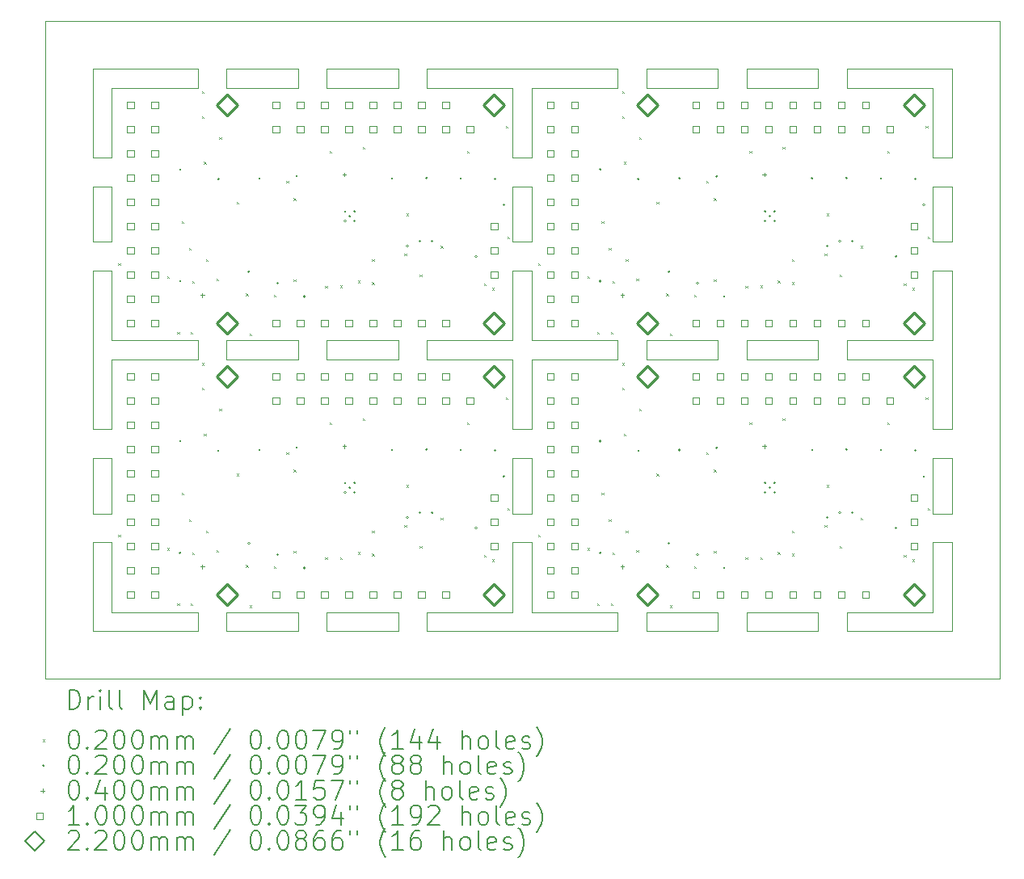
<source format=gbr>
%TF.GenerationSoftware,KiCad,Pcbnew,9.0.4*%
%TF.CreationDate,2025-08-20T18:17:53-04:00*%
%TF.ProjectId,jlc_pcba,6a6c635f-7063-4626-912e-6b696361645f,rev?*%
%TF.SameCoordinates,Original*%
%TF.FileFunction,Drillmap*%
%TF.FilePolarity,Positive*%
%FSLAX45Y45*%
G04 Gerber Fmt 4.5, Leading zero omitted, Abs format (unit mm)*
G04 Created by KiCad (PCBNEW 9.0.4) date 2025-08-20 18:17:53*
%MOMM*%
%LPD*%
G01*
G04 APERTURE LIST*
%ADD10C,0.100000*%
%ADD11C,0.200000*%
%ADD12C,0.220000*%
G04 APERTURE END LIST*
D10*
X7350000Y-6192000D02*
X8100000Y-6192000D01*
X5100000Y-3346000D02*
X6000000Y-3346000D01*
X500000Y-2314000D02*
X500000Y-1732000D01*
X6300000Y-6192000D02*
X7050000Y-6192000D01*
X6000000Y-3546000D02*
X5100000Y-3546000D01*
X700000Y-4578000D02*
X700000Y-5160000D01*
X5100000Y-4578000D02*
X5100000Y-5160000D01*
X700000Y-5460000D02*
X700000Y-6192000D01*
X4999900Y-5460000D02*
X5000100Y-5460000D01*
X700000Y-5160000D02*
X500000Y-5160000D01*
X9500000Y-5460000D02*
X9500000Y-6392000D01*
X8400000Y-3445900D02*
X8400000Y-3346000D01*
X7350000Y-3446100D02*
X7350000Y-3445900D01*
X5000100Y-5160000D02*
X4999900Y-5160000D01*
X3700000Y-700000D02*
X2950000Y-700000D01*
X500000Y-5160000D02*
X500000Y-4578000D01*
X7050000Y-3446100D02*
X7050000Y-3546000D01*
X2950000Y-3445900D02*
X2950000Y-3346000D01*
X9300000Y-5160000D02*
X9300000Y-4578000D01*
X5100000Y-1432000D02*
X5000100Y-1432000D01*
X8100000Y-6392000D02*
X7350000Y-6392000D01*
X9300000Y-1732000D02*
X9500000Y-1732000D01*
X7350000Y-6392000D02*
X7350000Y-6192000D01*
X700000Y-700000D02*
X700000Y-1432000D01*
X7050000Y-3546000D02*
X6300000Y-3546000D01*
X6300000Y-500000D02*
X7050000Y-500000D01*
X700000Y-3546000D02*
X700000Y-4278000D01*
X7050000Y-3445900D02*
X7050000Y-3446100D01*
X8400000Y-3546000D02*
X8400000Y-3446100D01*
X6300000Y-3346000D02*
X7050000Y-3346000D01*
X1600000Y-500000D02*
X1600000Y-700000D01*
X6000000Y-6392000D02*
X4000000Y-6392000D01*
X700000Y-1432000D02*
X500000Y-1432000D01*
X5000100Y-2614000D02*
X5100000Y-2614000D01*
X4900000Y-700000D02*
X4000000Y-700000D01*
X4999900Y-4578000D02*
X5000100Y-4578000D01*
X3700000Y-3546000D02*
X2950000Y-3546000D01*
X2950000Y-3546000D02*
X2950000Y-3446100D01*
X2650000Y-3446100D02*
X2650000Y-3546000D01*
X7350000Y-700000D02*
X7350000Y-500000D01*
X4000000Y-3445900D02*
X4000000Y-3346000D01*
X5100000Y-700000D02*
X5100000Y-1432000D01*
X4900000Y-4578000D02*
X4999900Y-4578000D01*
X9500000Y-1732000D02*
X9500000Y-2314000D01*
X2950000Y-700000D02*
X2950000Y-500000D01*
X5100000Y-1732000D02*
X5100000Y-2314000D01*
X4000000Y-700000D02*
X4000000Y-500000D01*
X1600000Y-3346000D02*
X1600000Y-3445900D01*
X1600000Y-3446100D02*
X1600000Y-3546000D01*
X8400000Y-700000D02*
X8400000Y-500000D01*
X5100000Y-3546000D02*
X5100000Y-4278000D01*
X700000Y-4278000D02*
X500000Y-4278000D01*
X5000100Y-5460000D02*
X5100000Y-5460000D01*
X1900000Y-3446100D02*
X1900000Y-3445900D01*
X500000Y-500000D02*
X1600000Y-500000D01*
X500000Y-4578000D02*
X700000Y-4578000D01*
X8400000Y-500000D02*
X9500000Y-500000D01*
X700000Y-6192000D02*
X1600000Y-6192000D01*
X6300000Y-3446100D02*
X6300000Y-3445900D01*
X2650000Y-500000D02*
X2650000Y-700000D01*
X2950000Y-6392000D02*
X2950000Y-6192000D01*
X3700000Y-3446100D02*
X3700000Y-3546000D01*
X7050000Y-3346000D02*
X7050000Y-3445900D01*
X4900000Y-5460000D02*
X4999900Y-5460000D01*
X9500000Y-2614000D02*
X9500000Y-4278000D01*
X6000000Y-3446100D02*
X6000000Y-3546000D01*
X2650000Y-3546000D02*
X1900000Y-3546000D01*
X2650000Y-6192000D02*
X2650000Y-6392000D01*
X5100000Y-6192000D02*
X6000000Y-6192000D01*
X7050000Y-500000D02*
X7050000Y-700000D01*
X6300000Y-3445900D02*
X6300000Y-3346000D01*
X3700000Y-3445900D02*
X3700000Y-3446100D01*
X500000Y-4278000D02*
X500000Y-2614000D01*
X4000000Y-500000D02*
X6000000Y-500000D01*
X700000Y-2614000D02*
X700000Y-3346000D01*
X6300000Y-3546000D02*
X6300000Y-3446100D01*
X7050000Y-6392000D02*
X6300000Y-6392000D01*
X4900000Y-2614000D02*
X4999900Y-2614000D01*
X6000000Y-700000D02*
X5100000Y-700000D01*
X3700000Y-3346000D02*
X3700000Y-3445900D01*
X1900000Y-6392000D02*
X1900000Y-6192000D01*
X8400000Y-3446100D02*
X8400000Y-3445900D01*
X4000000Y-3446100D02*
X4000000Y-3445900D01*
X8100000Y-3546000D02*
X7350000Y-3546000D01*
X9500000Y-500000D02*
X9500000Y-1432000D01*
X5100000Y-2614000D02*
X5100000Y-3346000D01*
X9300000Y-2614000D02*
X9500000Y-2614000D01*
X1600000Y-6192000D02*
X1600000Y-6392000D01*
X2650000Y-3346000D02*
X2650000Y-3445900D01*
X8400000Y-6392000D02*
X8400000Y-6192000D01*
X4900000Y-1432000D02*
X4900000Y-700000D01*
X4999900Y-2314000D02*
X4900000Y-2314000D01*
X5100000Y-2314000D02*
X5000100Y-2314000D01*
X6000000Y-500000D02*
X6000000Y-700000D01*
X4999900Y-1732000D02*
X5000100Y-1732000D01*
X0Y0D02*
X0Y-6892000D01*
X9300000Y-4278000D02*
X9300000Y-3546000D01*
X7350000Y-3546000D02*
X7350000Y-3446100D01*
X4900000Y-3546000D02*
X4000000Y-3546000D01*
X2950000Y-3346000D02*
X3700000Y-3346000D01*
X8400000Y-3346000D02*
X9300000Y-3346000D01*
X8400000Y-6192000D02*
X9300000Y-6192000D01*
X5000100Y-4278000D02*
X4999900Y-4278000D01*
X4999900Y-4278000D02*
X4900000Y-4278000D01*
X500000Y-1432000D02*
X500000Y-500000D01*
X4000000Y-3346000D02*
X4900000Y-3346000D01*
X3700000Y-500000D02*
X3700000Y-700000D01*
X9300000Y-5460000D02*
X9500000Y-5460000D01*
X7050000Y-700000D02*
X6300000Y-700000D01*
X6300000Y-700000D02*
X6300000Y-500000D01*
X4999900Y-1432000D02*
X4900000Y-1432000D01*
X2950000Y-3446100D02*
X2950000Y-3445900D01*
X9300000Y-3546000D02*
X8400000Y-3546000D01*
X4999900Y-5160000D02*
X4900000Y-5160000D01*
X4999900Y-2614000D02*
X5000100Y-2614000D01*
X1900000Y-6192000D02*
X2650000Y-6192000D01*
X8100000Y-3445900D02*
X8100000Y-3446100D01*
X700000Y-3346000D02*
X1600000Y-3346000D01*
X8100000Y-700000D02*
X7350000Y-700000D01*
X4900000Y-4278000D02*
X4900000Y-3546000D01*
X10000000Y0D02*
X0Y0D01*
X1900000Y-700000D02*
X1900000Y-500000D01*
X1900000Y-3445900D02*
X1900000Y-3346000D01*
X1900000Y-3546000D02*
X1900000Y-3446100D01*
X9500000Y-6392000D02*
X8400000Y-6392000D01*
X4000000Y-6392000D02*
X4000000Y-6192000D01*
X5100000Y-4278000D02*
X5000100Y-4278000D01*
X1600000Y-3445900D02*
X1600000Y-3446100D01*
X1600000Y-6392000D02*
X500000Y-6392000D01*
X9300000Y-4578000D02*
X9500000Y-4578000D01*
X4000000Y-6192000D02*
X4900000Y-6192000D01*
X5000100Y-1732000D02*
X5100000Y-1732000D01*
X3700000Y-6192000D02*
X3700000Y-6392000D01*
X2950000Y-6192000D02*
X3700000Y-6192000D01*
X500000Y-6392000D02*
X500000Y-5460000D01*
X5100000Y-5160000D02*
X5000100Y-5160000D01*
X6000000Y-3445900D02*
X6000000Y-3446100D01*
X5000100Y-1432000D02*
X4999900Y-1432000D01*
X9500000Y-1432000D02*
X9300000Y-1432000D01*
X4000000Y-3546000D02*
X4000000Y-3446100D01*
X6000000Y-6192000D02*
X6000000Y-6392000D01*
X4900000Y-5160000D02*
X4900000Y-4578000D01*
X1900000Y-500000D02*
X2650000Y-500000D01*
X8100000Y-6192000D02*
X8100000Y-6392000D01*
X2650000Y-3445900D02*
X2650000Y-3446100D01*
X2650000Y-6392000D02*
X1900000Y-6392000D01*
X4900000Y-1732000D02*
X4999900Y-1732000D01*
X500000Y-1732000D02*
X700000Y-1732000D01*
X4900000Y-3346000D02*
X4900000Y-2614000D01*
X7350000Y-3445900D02*
X7350000Y-3346000D01*
X8100000Y-500000D02*
X8100000Y-700000D01*
X700000Y-2314000D02*
X500000Y-2314000D01*
X0Y-6892000D02*
X10000000Y-6892000D01*
X4900000Y-6192000D02*
X4900000Y-5460000D01*
X5000100Y-2314000D02*
X4999900Y-2314000D01*
X2950000Y-500000D02*
X3700000Y-500000D01*
X9300000Y-2314000D02*
X9300000Y-1732000D01*
X9300000Y-700000D02*
X8400000Y-700000D01*
X700000Y-1732000D02*
X700000Y-2314000D01*
X6300000Y-6392000D02*
X6300000Y-6192000D01*
X9500000Y-4578000D02*
X9500000Y-5160000D01*
X10000000Y-6892000D02*
X10000000Y0D01*
X7050000Y-6192000D02*
X7050000Y-6392000D01*
X500000Y-5460000D02*
X700000Y-5460000D01*
X7350000Y-500000D02*
X8100000Y-500000D01*
X9500000Y-5160000D02*
X9300000Y-5160000D01*
X7350000Y-3346000D02*
X8100000Y-3346000D01*
X8100000Y-3346000D02*
X8100000Y-3445900D01*
X9500000Y-2314000D02*
X9300000Y-2314000D01*
X5100000Y-5460000D02*
X5100000Y-6192000D01*
X8100000Y-3446100D02*
X8100000Y-3546000D01*
X4900000Y-2314000D02*
X4900000Y-1732000D01*
X1900000Y-3346000D02*
X2650000Y-3346000D01*
X500000Y-2614000D02*
X700000Y-2614000D01*
X9300000Y-3346000D02*
X9300000Y-2614000D01*
X9500000Y-4278000D02*
X9300000Y-4278000D01*
X6000000Y-3346000D02*
X6000000Y-3445900D01*
X9300000Y-1432000D02*
X9300000Y-700000D01*
X2650000Y-700000D02*
X1900000Y-700000D01*
X5000100Y-4578000D02*
X5100000Y-4578000D01*
X3700000Y-6392000D02*
X2950000Y-6392000D01*
X9300000Y-6192000D02*
X9300000Y-5460000D01*
X1600000Y-3546000D02*
X700000Y-3546000D01*
X1600000Y-700000D02*
X700000Y-700000D01*
D11*
D10*
X766750Y-2535500D02*
X786750Y-2555500D01*
X786750Y-2535500D02*
X766750Y-2555500D01*
X766750Y-5381500D02*
X786750Y-5401500D01*
X786750Y-5381500D02*
X766750Y-5401500D01*
X1283029Y-2674155D02*
X1303029Y-2694155D01*
X1303029Y-2674155D02*
X1283029Y-2694155D01*
X1283029Y-5520155D02*
X1303029Y-5540155D01*
X1303029Y-5520155D02*
X1283029Y-5540155D01*
X1386750Y-3255500D02*
X1406750Y-3275500D01*
X1406750Y-3255500D02*
X1386750Y-3275500D01*
X1386750Y-6101500D02*
X1406750Y-6121500D01*
X1406750Y-6101500D02*
X1386750Y-6121500D01*
X1431750Y-2095500D02*
X1451750Y-2115500D01*
X1451750Y-2095500D02*
X1431750Y-2115500D01*
X1431750Y-4941500D02*
X1451750Y-4961500D01*
X1451750Y-4941500D02*
X1431750Y-4961500D01*
X1506750Y-2375500D02*
X1526750Y-2395500D01*
X1526750Y-2375500D02*
X1506750Y-2395500D01*
X1506750Y-5221500D02*
X1526750Y-5241500D01*
X1526750Y-5221500D02*
X1506750Y-5241500D01*
X1526750Y-3255500D02*
X1546750Y-3275500D01*
X1546750Y-3255500D02*
X1526750Y-3275500D01*
X1526750Y-6101500D02*
X1546750Y-6121500D01*
X1546750Y-6101500D02*
X1526750Y-6121500D01*
X1543092Y-2723391D02*
X1563092Y-2743391D01*
X1563092Y-2723391D02*
X1543092Y-2743391D01*
X1543092Y-5569391D02*
X1563092Y-5589391D01*
X1563092Y-5569391D02*
X1543092Y-5589391D01*
X1646750Y-735500D02*
X1666750Y-755500D01*
X1666750Y-735500D02*
X1646750Y-755500D01*
X1646750Y-995500D02*
X1666750Y-1015500D01*
X1666750Y-995500D02*
X1646750Y-1015500D01*
X1646750Y-3581500D02*
X1666750Y-3601500D01*
X1666750Y-3581500D02*
X1646750Y-3601500D01*
X1646750Y-3841500D02*
X1666750Y-3861500D01*
X1666750Y-3841500D02*
X1646750Y-3861500D01*
X1666750Y-1475500D02*
X1686750Y-1495500D01*
X1686750Y-1475500D02*
X1666750Y-1495500D01*
X1666750Y-4321500D02*
X1686750Y-4341500D01*
X1686750Y-4321500D02*
X1666750Y-4341500D01*
X1686750Y-2495500D02*
X1706750Y-2515500D01*
X1706750Y-2495500D02*
X1686750Y-2515500D01*
X1686750Y-5341500D02*
X1706750Y-5361500D01*
X1706750Y-5341500D02*
X1686750Y-5361500D01*
X1796750Y-2695500D02*
X1816750Y-2715500D01*
X1816750Y-2695500D02*
X1796750Y-2715500D01*
X1796750Y-5541500D02*
X1816750Y-5561500D01*
X1816750Y-5541500D02*
X1796750Y-5561500D01*
X1826750Y-1215500D02*
X1846750Y-1235500D01*
X1846750Y-1215500D02*
X1826750Y-1235500D01*
X1826750Y-4061500D02*
X1846750Y-4081500D01*
X1846750Y-4061500D02*
X1826750Y-4081500D01*
X2006750Y-1895500D02*
X2026750Y-1915500D01*
X2026750Y-1895500D02*
X2006750Y-1915500D01*
X2006750Y-4741500D02*
X2026750Y-4761500D01*
X2026750Y-4741500D02*
X2006750Y-4761500D01*
X2107409Y-2853500D02*
X2127409Y-2873500D01*
X2127409Y-2853500D02*
X2107409Y-2873500D01*
X2107409Y-5699500D02*
X2127409Y-5719500D01*
X2127409Y-5699500D02*
X2107409Y-5719500D01*
X2146750Y-3275500D02*
X2166750Y-3295500D01*
X2166750Y-3275500D02*
X2146750Y-3295500D01*
X2146750Y-6121500D02*
X2166750Y-6141500D01*
X2166750Y-6121500D02*
X2146750Y-6141500D01*
X2400159Y-2865500D02*
X2420159Y-2885500D01*
X2420159Y-2865500D02*
X2400159Y-2885500D01*
X2400159Y-5711500D02*
X2420159Y-5731500D01*
X2420159Y-5711500D02*
X2400159Y-5731500D01*
X2529224Y-1671766D02*
X2549224Y-1691766D01*
X2549224Y-1671766D02*
X2529224Y-1691766D01*
X2529224Y-4517766D02*
X2549224Y-4537766D01*
X2549224Y-4517766D02*
X2529224Y-4537766D01*
X2606750Y-1855500D02*
X2626750Y-1875500D01*
X2626750Y-1855500D02*
X2606750Y-1875500D01*
X2606750Y-2705500D02*
X2626750Y-2725500D01*
X2626750Y-2705500D02*
X2606750Y-2725500D01*
X2606750Y-4701500D02*
X2626750Y-4721500D01*
X2626750Y-4701500D02*
X2606750Y-4721500D01*
X2606750Y-5551500D02*
X2626750Y-5571500D01*
X2626750Y-5551500D02*
X2606750Y-5571500D01*
X2937095Y-2774946D02*
X2957095Y-2794946D01*
X2957095Y-2774946D02*
X2937095Y-2794946D01*
X2937095Y-5620946D02*
X2957095Y-5640946D01*
X2957095Y-5620946D02*
X2937095Y-5640946D01*
X2982099Y-1360467D02*
X3002099Y-1380467D01*
X3002099Y-1360467D02*
X2982099Y-1380467D01*
X2982099Y-4206467D02*
X3002099Y-4226467D01*
X3002099Y-4206467D02*
X2982099Y-4226467D01*
X3092948Y-2770357D02*
X3112948Y-2790357D01*
X3112948Y-2770357D02*
X3092948Y-2790357D01*
X3092948Y-5616357D02*
X3112948Y-5636357D01*
X3112948Y-5616357D02*
X3092948Y-5636357D01*
X3277154Y-2718058D02*
X3297154Y-2738058D01*
X3297154Y-2718058D02*
X3277154Y-2738058D01*
X3277154Y-5564058D02*
X3297154Y-5584058D01*
X3297154Y-5564058D02*
X3277154Y-5584058D01*
X3326750Y-1315500D02*
X3346750Y-1335500D01*
X3346750Y-1315500D02*
X3326750Y-1335500D01*
X3326750Y-4161500D02*
X3346750Y-4181500D01*
X3346750Y-4161500D02*
X3326750Y-4181500D01*
X3426750Y-2495500D02*
X3446750Y-2515500D01*
X3446750Y-2495500D02*
X3426750Y-2515500D01*
X3426750Y-2735500D02*
X3446750Y-2755500D01*
X3446750Y-2735500D02*
X3426750Y-2755500D01*
X3426750Y-5341500D02*
X3446750Y-5361500D01*
X3446750Y-5341500D02*
X3426750Y-5361500D01*
X3426750Y-5581500D02*
X3446750Y-5601500D01*
X3446750Y-5581500D02*
X3426750Y-5601500D01*
X3766750Y-2435500D02*
X3786750Y-2455500D01*
X3786750Y-2435500D02*
X3766750Y-2455500D01*
X3766750Y-5281500D02*
X3786750Y-5301500D01*
X3786750Y-5281500D02*
X3766750Y-5301500D01*
X3786750Y-2015500D02*
X3806750Y-2035500D01*
X3806750Y-2015500D02*
X3786750Y-2035500D01*
X3786750Y-4861500D02*
X3806750Y-4881500D01*
X3806750Y-4861500D02*
X3786750Y-4881500D01*
X3926750Y-2655500D02*
X3946750Y-2675500D01*
X3946750Y-2655500D02*
X3926750Y-2675500D01*
X3926750Y-5501500D02*
X3946750Y-5521500D01*
X3946750Y-5501500D02*
X3926750Y-5521500D01*
X4146750Y-2355500D02*
X4166750Y-2375500D01*
X4166750Y-2355500D02*
X4146750Y-2375500D01*
X4146750Y-5201500D02*
X4166750Y-5221500D01*
X4166750Y-5201500D02*
X4146750Y-5221500D01*
X4421750Y-1360500D02*
X4441750Y-1380500D01*
X4441750Y-1360500D02*
X4421750Y-1380500D01*
X4421750Y-4206500D02*
X4441750Y-4226500D01*
X4441750Y-4206500D02*
X4421750Y-4226500D01*
X4597625Y-2746375D02*
X4617625Y-2766375D01*
X4617625Y-2746375D02*
X4597625Y-2766375D01*
X4597625Y-5592375D02*
X4617625Y-5612375D01*
X4617625Y-5592375D02*
X4597625Y-5612375D01*
X4686750Y-2795500D02*
X4706750Y-2815500D01*
X4706750Y-2795500D02*
X4686750Y-2815500D01*
X4686750Y-5641500D02*
X4706750Y-5661500D01*
X4706750Y-5641500D02*
X4686750Y-5661500D01*
X4826750Y-1095500D02*
X4846750Y-1115500D01*
X4846750Y-1095500D02*
X4826750Y-1115500D01*
X4826750Y-3941500D02*
X4846750Y-3961500D01*
X4846750Y-3941500D02*
X4826750Y-3961500D01*
X4846750Y-2255500D02*
X4866750Y-2275500D01*
X4866750Y-2255500D02*
X4846750Y-2275500D01*
X4846750Y-5101500D02*
X4866750Y-5121500D01*
X4866750Y-5101500D02*
X4846750Y-5121500D01*
X5166750Y-2535500D02*
X5186750Y-2555500D01*
X5186750Y-2535500D02*
X5166750Y-2555500D01*
X5166750Y-5381500D02*
X5186750Y-5401500D01*
X5186750Y-5381500D02*
X5166750Y-5401500D01*
X5683029Y-2674155D02*
X5703029Y-2694155D01*
X5703029Y-2674155D02*
X5683029Y-2694155D01*
X5683029Y-5520155D02*
X5703029Y-5540155D01*
X5703029Y-5520155D02*
X5683029Y-5540155D01*
X5786750Y-3255500D02*
X5806750Y-3275500D01*
X5806750Y-3255500D02*
X5786750Y-3275500D01*
X5786750Y-6101500D02*
X5806750Y-6121500D01*
X5806750Y-6101500D02*
X5786750Y-6121500D01*
X5831750Y-2095500D02*
X5851750Y-2115500D01*
X5851750Y-2095500D02*
X5831750Y-2115500D01*
X5831750Y-4941500D02*
X5851750Y-4961500D01*
X5851750Y-4941500D02*
X5831750Y-4961500D01*
X5906750Y-2375500D02*
X5926750Y-2395500D01*
X5926750Y-2375500D02*
X5906750Y-2395500D01*
X5906750Y-5221500D02*
X5926750Y-5241500D01*
X5926750Y-5221500D02*
X5906750Y-5241500D01*
X5926750Y-3255500D02*
X5946750Y-3275500D01*
X5946750Y-3255500D02*
X5926750Y-3275500D01*
X5926750Y-6101500D02*
X5946750Y-6121500D01*
X5946750Y-6101500D02*
X5926750Y-6121500D01*
X5943092Y-2723391D02*
X5963092Y-2743391D01*
X5963092Y-2723391D02*
X5943092Y-2743391D01*
X5943092Y-5569391D02*
X5963092Y-5589391D01*
X5963092Y-5569391D02*
X5943092Y-5589391D01*
X6046750Y-735500D02*
X6066750Y-755500D01*
X6066750Y-735500D02*
X6046750Y-755500D01*
X6046750Y-995500D02*
X6066750Y-1015500D01*
X6066750Y-995500D02*
X6046750Y-1015500D01*
X6046750Y-3581500D02*
X6066750Y-3601500D01*
X6066750Y-3581500D02*
X6046750Y-3601500D01*
X6046750Y-3841500D02*
X6066750Y-3861500D01*
X6066750Y-3841500D02*
X6046750Y-3861500D01*
X6066750Y-1475500D02*
X6086750Y-1495500D01*
X6086750Y-1475500D02*
X6066750Y-1495500D01*
X6066750Y-4321500D02*
X6086750Y-4341500D01*
X6086750Y-4321500D02*
X6066750Y-4341500D01*
X6086750Y-2495500D02*
X6106750Y-2515500D01*
X6106750Y-2495500D02*
X6086750Y-2515500D01*
X6086750Y-5341500D02*
X6106750Y-5361500D01*
X6106750Y-5341500D02*
X6086750Y-5361500D01*
X6196750Y-2695500D02*
X6216750Y-2715500D01*
X6216750Y-2695500D02*
X6196750Y-2715500D01*
X6196750Y-5541500D02*
X6216750Y-5561500D01*
X6216750Y-5541500D02*
X6196750Y-5561500D01*
X6226750Y-1215500D02*
X6246750Y-1235500D01*
X6246750Y-1215500D02*
X6226750Y-1235500D01*
X6226750Y-4061500D02*
X6246750Y-4081500D01*
X6246750Y-4061500D02*
X6226750Y-4081500D01*
X6406750Y-1895500D02*
X6426750Y-1915500D01*
X6426750Y-1895500D02*
X6406750Y-1915500D01*
X6406750Y-4741500D02*
X6426750Y-4761500D01*
X6426750Y-4741500D02*
X6406750Y-4761500D01*
X6507409Y-2853500D02*
X6527409Y-2873500D01*
X6527409Y-2853500D02*
X6507409Y-2873500D01*
X6507409Y-5699500D02*
X6527409Y-5719500D01*
X6527409Y-5699500D02*
X6507409Y-5719500D01*
X6546750Y-3275500D02*
X6566750Y-3295500D01*
X6566750Y-3275500D02*
X6546750Y-3295500D01*
X6546750Y-6121500D02*
X6566750Y-6141500D01*
X6566750Y-6121500D02*
X6546750Y-6141500D01*
X6800158Y-2865500D02*
X6820158Y-2885500D01*
X6820158Y-2865500D02*
X6800158Y-2885500D01*
X6800158Y-5711500D02*
X6820158Y-5731500D01*
X6820158Y-5711500D02*
X6800158Y-5731500D01*
X6929224Y-1671766D02*
X6949224Y-1691766D01*
X6949224Y-1671766D02*
X6929224Y-1691766D01*
X6929224Y-4517766D02*
X6949224Y-4537766D01*
X6949224Y-4517766D02*
X6929224Y-4537766D01*
X7006750Y-1855500D02*
X7026750Y-1875500D01*
X7026750Y-1855500D02*
X7006750Y-1875500D01*
X7006750Y-2705500D02*
X7026750Y-2725500D01*
X7026750Y-2705500D02*
X7006750Y-2725500D01*
X7006750Y-4701500D02*
X7026750Y-4721500D01*
X7026750Y-4701500D02*
X7006750Y-4721500D01*
X7006750Y-5551500D02*
X7026750Y-5571500D01*
X7026750Y-5551500D02*
X7006750Y-5571500D01*
X7337095Y-2774946D02*
X7357095Y-2794946D01*
X7357095Y-2774946D02*
X7337095Y-2794946D01*
X7337095Y-5620946D02*
X7357095Y-5640946D01*
X7357095Y-5620946D02*
X7337095Y-5640946D01*
X7382099Y-1360467D02*
X7402099Y-1380467D01*
X7402099Y-1360467D02*
X7382099Y-1380467D01*
X7382099Y-4206467D02*
X7402099Y-4226467D01*
X7402099Y-4206467D02*
X7382099Y-4226467D01*
X7492948Y-2770357D02*
X7512948Y-2790357D01*
X7512948Y-2770357D02*
X7492948Y-2790357D01*
X7492948Y-5616357D02*
X7512948Y-5636357D01*
X7512948Y-5616357D02*
X7492948Y-5636357D01*
X7677154Y-2718058D02*
X7697154Y-2738058D01*
X7697154Y-2718058D02*
X7677154Y-2738058D01*
X7677154Y-5564058D02*
X7697154Y-5584058D01*
X7697154Y-5564058D02*
X7677154Y-5584058D01*
X7726750Y-1315500D02*
X7746750Y-1335500D01*
X7746750Y-1315500D02*
X7726750Y-1335500D01*
X7726750Y-4161500D02*
X7746750Y-4181500D01*
X7746750Y-4161500D02*
X7726750Y-4181500D01*
X7826750Y-2495500D02*
X7846750Y-2515500D01*
X7846750Y-2495500D02*
X7826750Y-2515500D01*
X7826750Y-2735500D02*
X7846750Y-2755500D01*
X7846750Y-2735500D02*
X7826750Y-2755500D01*
X7826750Y-5341500D02*
X7846750Y-5361500D01*
X7846750Y-5341500D02*
X7826750Y-5361500D01*
X7826750Y-5581500D02*
X7846750Y-5601500D01*
X7846750Y-5581500D02*
X7826750Y-5601500D01*
X8166750Y-2435500D02*
X8186750Y-2455500D01*
X8186750Y-2435500D02*
X8166750Y-2455500D01*
X8166750Y-5281500D02*
X8186750Y-5301500D01*
X8186750Y-5281500D02*
X8166750Y-5301500D01*
X8186750Y-2015500D02*
X8206750Y-2035500D01*
X8206750Y-2015500D02*
X8186750Y-2035500D01*
X8186750Y-4861500D02*
X8206750Y-4881500D01*
X8206750Y-4861500D02*
X8186750Y-4881500D01*
X8326750Y-2655500D02*
X8346750Y-2675500D01*
X8346750Y-2655500D02*
X8326750Y-2675500D01*
X8326750Y-5501500D02*
X8346750Y-5521500D01*
X8346750Y-5501500D02*
X8326750Y-5521500D01*
X8546750Y-2355500D02*
X8566750Y-2375500D01*
X8566750Y-2355500D02*
X8546750Y-2375500D01*
X8546750Y-5201500D02*
X8566750Y-5221500D01*
X8566750Y-5201500D02*
X8546750Y-5221500D01*
X8821750Y-1360500D02*
X8841750Y-1380500D01*
X8841750Y-1360500D02*
X8821750Y-1380500D01*
X8821750Y-4206500D02*
X8841750Y-4226500D01*
X8841750Y-4206500D02*
X8821750Y-4226500D01*
X8997625Y-2746375D02*
X9017625Y-2766375D01*
X9017625Y-2746375D02*
X8997625Y-2766375D01*
X8997625Y-5592375D02*
X9017625Y-5612375D01*
X9017625Y-5592375D02*
X8997625Y-5612375D01*
X9086750Y-2795500D02*
X9106750Y-2815500D01*
X9106750Y-2795500D02*
X9086750Y-2815500D01*
X9086750Y-5641500D02*
X9106750Y-5661500D01*
X9106750Y-5641500D02*
X9086750Y-5661500D01*
X9226750Y-1095500D02*
X9246750Y-1115500D01*
X9246750Y-1095500D02*
X9226750Y-1115500D01*
X9226750Y-3941500D02*
X9246750Y-3961500D01*
X9246750Y-3941500D02*
X9226750Y-3961500D01*
X9246750Y-2255500D02*
X9266750Y-2275500D01*
X9266750Y-2255500D02*
X9246750Y-2275500D01*
X9246750Y-5101500D02*
X9266750Y-5121500D01*
X9266750Y-5101500D02*
X9246750Y-5121500D01*
X1426750Y-1555500D02*
G75*
G02*
X1406750Y-1555500I-10000J0D01*
G01*
X1406750Y-1555500D02*
G75*
G02*
X1426750Y-1555500I10000J0D01*
G01*
X1426750Y-2725500D02*
G75*
G02*
X1406750Y-2725500I-10000J0D01*
G01*
X1406750Y-2725500D02*
G75*
G02*
X1426750Y-2725500I10000J0D01*
G01*
X1426750Y-4401500D02*
G75*
G02*
X1406750Y-4401500I-10000J0D01*
G01*
X1406750Y-4401500D02*
G75*
G02*
X1426750Y-4401500I10000J0D01*
G01*
X1426750Y-5571500D02*
G75*
G02*
X1406750Y-5571500I-10000J0D01*
G01*
X1406750Y-5571500D02*
G75*
G02*
X1426750Y-5571500I10000J0D01*
G01*
X1826750Y-1655500D02*
G75*
G02*
X1806750Y-1655500I-10000J0D01*
G01*
X1806750Y-1655500D02*
G75*
G02*
X1826750Y-1655500I10000J0D01*
G01*
X1826750Y-4501500D02*
G75*
G02*
X1806750Y-4501500I-10000J0D01*
G01*
X1806750Y-4501500D02*
G75*
G02*
X1826750Y-4501500I10000J0D01*
G01*
X2146750Y-2625500D02*
G75*
G02*
X2126750Y-2625500I-10000J0D01*
G01*
X2126750Y-2625500D02*
G75*
G02*
X2146750Y-2625500I10000J0D01*
G01*
X2146750Y-5471500D02*
G75*
G02*
X2126750Y-5471500I-10000J0D01*
G01*
X2126750Y-5471500D02*
G75*
G02*
X2146750Y-5471500I10000J0D01*
G01*
X2256750Y-1648000D02*
G75*
G02*
X2236750Y-1648000I-10000J0D01*
G01*
X2236750Y-1648000D02*
G75*
G02*
X2256750Y-1648000I10000J0D01*
G01*
X2256750Y-4494000D02*
G75*
G02*
X2236750Y-4494000I-10000J0D01*
G01*
X2236750Y-4494000D02*
G75*
G02*
X2256750Y-4494000I10000J0D01*
G01*
X2446750Y-2745500D02*
G75*
G02*
X2426750Y-2745500I-10000J0D01*
G01*
X2426750Y-2745500D02*
G75*
G02*
X2446750Y-2745500I10000J0D01*
G01*
X2446750Y-5591500D02*
G75*
G02*
X2426750Y-5591500I-10000J0D01*
G01*
X2426750Y-5591500D02*
G75*
G02*
X2446750Y-5591500I10000J0D01*
G01*
X2646750Y-1625500D02*
G75*
G02*
X2626750Y-1625500I-10000J0D01*
G01*
X2626750Y-1625500D02*
G75*
G02*
X2646750Y-1625500I10000J0D01*
G01*
X2646750Y-4471500D02*
G75*
G02*
X2626750Y-4471500I-10000J0D01*
G01*
X2626750Y-4471500D02*
G75*
G02*
X2646750Y-4471500I10000J0D01*
G01*
X2726750Y-2885500D02*
G75*
G02*
X2706750Y-2885500I-10000J0D01*
G01*
X2706750Y-2885500D02*
G75*
G02*
X2726750Y-2885500I10000J0D01*
G01*
X2726750Y-5731500D02*
G75*
G02*
X2706750Y-5731500I-10000J0D01*
G01*
X2706750Y-5731500D02*
G75*
G02*
X2726750Y-5731500I10000J0D01*
G01*
X3154156Y-1994554D02*
G75*
G02*
X3134156Y-1994554I-10000J0D01*
G01*
X3134156Y-1994554D02*
G75*
G02*
X3154156Y-1994554I10000J0D01*
G01*
X3154156Y-2093549D02*
G75*
G02*
X3134156Y-2093549I-10000J0D01*
G01*
X3134156Y-2093549D02*
G75*
G02*
X3154156Y-2093549I10000J0D01*
G01*
X3154156Y-4840554D02*
G75*
G02*
X3134156Y-4840554I-10000J0D01*
G01*
X3134156Y-4840554D02*
G75*
G02*
X3154156Y-4840554I10000J0D01*
G01*
X3154156Y-4939549D02*
G75*
G02*
X3134156Y-4939549I-10000J0D01*
G01*
X3134156Y-4939549D02*
G75*
G02*
X3154156Y-4939549I10000J0D01*
G01*
X3203653Y-2044051D02*
G75*
G02*
X3183653Y-2044051I-10000J0D01*
G01*
X3183653Y-2044051D02*
G75*
G02*
X3203653Y-2044051I10000J0D01*
G01*
X3203653Y-4890051D02*
G75*
G02*
X3183653Y-4890051I-10000J0D01*
G01*
X3183653Y-4890051D02*
G75*
G02*
X3203653Y-4890051I10000J0D01*
G01*
X3253151Y-1994554D02*
G75*
G02*
X3233151Y-1994554I-10000J0D01*
G01*
X3233151Y-1994554D02*
G75*
G02*
X3253151Y-1994554I10000J0D01*
G01*
X3253151Y-2093549D02*
G75*
G02*
X3233151Y-2093549I-10000J0D01*
G01*
X3233151Y-2093549D02*
G75*
G02*
X3253151Y-2093549I10000J0D01*
G01*
X3253151Y-4840554D02*
G75*
G02*
X3233151Y-4840554I-10000J0D01*
G01*
X3233151Y-4840554D02*
G75*
G02*
X3253151Y-4840554I10000J0D01*
G01*
X3253151Y-4939549D02*
G75*
G02*
X3233151Y-4939549I-10000J0D01*
G01*
X3233151Y-4939549D02*
G75*
G02*
X3253151Y-4939549I10000J0D01*
G01*
X3646750Y-1648000D02*
G75*
G02*
X3626750Y-1648000I-10000J0D01*
G01*
X3626750Y-1648000D02*
G75*
G02*
X3646750Y-1648000I10000J0D01*
G01*
X3646750Y-4494000D02*
G75*
G02*
X3626750Y-4494000I-10000J0D01*
G01*
X3626750Y-4494000D02*
G75*
G02*
X3646750Y-4494000I10000J0D01*
G01*
X3806750Y-2355500D02*
G75*
G02*
X3786750Y-2355500I-10000J0D01*
G01*
X3786750Y-2355500D02*
G75*
G02*
X3806750Y-2355500I10000J0D01*
G01*
X3806750Y-5201500D02*
G75*
G02*
X3786750Y-5201500I-10000J0D01*
G01*
X3786750Y-5201500D02*
G75*
G02*
X3806750Y-5201500I10000J0D01*
G01*
X3936750Y-2305500D02*
G75*
G02*
X3916750Y-2305500I-10000J0D01*
G01*
X3916750Y-2305500D02*
G75*
G02*
X3936750Y-2305500I10000J0D01*
G01*
X3936750Y-5151500D02*
G75*
G02*
X3916750Y-5151500I-10000J0D01*
G01*
X3916750Y-5151500D02*
G75*
G02*
X3936750Y-5151500I10000J0D01*
G01*
X4006750Y-1641750D02*
G75*
G02*
X3986750Y-1641750I-10000J0D01*
G01*
X3986750Y-1641750D02*
G75*
G02*
X4006750Y-1641750I10000J0D01*
G01*
X4006750Y-4487750D02*
G75*
G02*
X3986750Y-4487750I-10000J0D01*
G01*
X3986750Y-4487750D02*
G75*
G02*
X4006750Y-4487750I10000J0D01*
G01*
X4066750Y-2305500D02*
G75*
G02*
X4046750Y-2305500I-10000J0D01*
G01*
X4046750Y-2305500D02*
G75*
G02*
X4066750Y-2305500I10000J0D01*
G01*
X4066750Y-5151500D02*
G75*
G02*
X4046750Y-5151500I-10000J0D01*
G01*
X4046750Y-5151500D02*
G75*
G02*
X4066750Y-5151500I10000J0D01*
G01*
X4366750Y-1649000D02*
G75*
G02*
X4346750Y-1649000I-10000J0D01*
G01*
X4346750Y-1649000D02*
G75*
G02*
X4366750Y-1649000I10000J0D01*
G01*
X4366750Y-4495000D02*
G75*
G02*
X4346750Y-4495000I-10000J0D01*
G01*
X4346750Y-4495000D02*
G75*
G02*
X4366750Y-4495000I10000J0D01*
G01*
X4526750Y-2465500D02*
G75*
G02*
X4506750Y-2465500I-10000J0D01*
G01*
X4506750Y-2465500D02*
G75*
G02*
X4526750Y-2465500I10000J0D01*
G01*
X4526750Y-5311500D02*
G75*
G02*
X4506750Y-5311500I-10000J0D01*
G01*
X4506750Y-5311500D02*
G75*
G02*
X4526750Y-5311500I10000J0D01*
G01*
X4726750Y-1653750D02*
G75*
G02*
X4706750Y-1653750I-10000J0D01*
G01*
X4706750Y-1653750D02*
G75*
G02*
X4726750Y-1653750I10000J0D01*
G01*
X4726750Y-4499750D02*
G75*
G02*
X4706750Y-4499750I-10000J0D01*
G01*
X4706750Y-4499750D02*
G75*
G02*
X4726750Y-4499750I10000J0D01*
G01*
X4816750Y-1925500D02*
G75*
G02*
X4796750Y-1925500I-10000J0D01*
G01*
X4796750Y-1925500D02*
G75*
G02*
X4816750Y-1925500I10000J0D01*
G01*
X4816750Y-4771500D02*
G75*
G02*
X4796750Y-4771500I-10000J0D01*
G01*
X4796750Y-4771500D02*
G75*
G02*
X4816750Y-4771500I10000J0D01*
G01*
X5826750Y-1555500D02*
G75*
G02*
X5806750Y-1555500I-10000J0D01*
G01*
X5806750Y-1555500D02*
G75*
G02*
X5826750Y-1555500I10000J0D01*
G01*
X5826750Y-2725500D02*
G75*
G02*
X5806750Y-2725500I-10000J0D01*
G01*
X5806750Y-2725500D02*
G75*
G02*
X5826750Y-2725500I10000J0D01*
G01*
X5826750Y-4401500D02*
G75*
G02*
X5806750Y-4401500I-10000J0D01*
G01*
X5806750Y-4401500D02*
G75*
G02*
X5826750Y-4401500I10000J0D01*
G01*
X5826750Y-5571500D02*
G75*
G02*
X5806750Y-5571500I-10000J0D01*
G01*
X5806750Y-5571500D02*
G75*
G02*
X5826750Y-5571500I10000J0D01*
G01*
X6226750Y-1655500D02*
G75*
G02*
X6206750Y-1655500I-10000J0D01*
G01*
X6206750Y-1655500D02*
G75*
G02*
X6226750Y-1655500I10000J0D01*
G01*
X6226750Y-4501500D02*
G75*
G02*
X6206750Y-4501500I-10000J0D01*
G01*
X6206750Y-4501500D02*
G75*
G02*
X6226750Y-4501500I10000J0D01*
G01*
X6546750Y-2625500D02*
G75*
G02*
X6526750Y-2625500I-10000J0D01*
G01*
X6526750Y-2625500D02*
G75*
G02*
X6546750Y-2625500I10000J0D01*
G01*
X6546750Y-5471500D02*
G75*
G02*
X6526750Y-5471500I-10000J0D01*
G01*
X6526750Y-5471500D02*
G75*
G02*
X6546750Y-5471500I10000J0D01*
G01*
X6656750Y-1648000D02*
G75*
G02*
X6636750Y-1648000I-10000J0D01*
G01*
X6636750Y-1648000D02*
G75*
G02*
X6656750Y-1648000I10000J0D01*
G01*
X6656750Y-4494000D02*
G75*
G02*
X6636750Y-4494000I-10000J0D01*
G01*
X6636750Y-4494000D02*
G75*
G02*
X6656750Y-4494000I10000J0D01*
G01*
X6846750Y-2745500D02*
G75*
G02*
X6826750Y-2745500I-10000J0D01*
G01*
X6826750Y-2745500D02*
G75*
G02*
X6846750Y-2745500I10000J0D01*
G01*
X6846750Y-5591500D02*
G75*
G02*
X6826750Y-5591500I-10000J0D01*
G01*
X6826750Y-5591500D02*
G75*
G02*
X6846750Y-5591500I10000J0D01*
G01*
X7046750Y-1625500D02*
G75*
G02*
X7026750Y-1625500I-10000J0D01*
G01*
X7026750Y-1625500D02*
G75*
G02*
X7046750Y-1625500I10000J0D01*
G01*
X7046750Y-4471500D02*
G75*
G02*
X7026750Y-4471500I-10000J0D01*
G01*
X7026750Y-4471500D02*
G75*
G02*
X7046750Y-4471500I10000J0D01*
G01*
X7126750Y-2885500D02*
G75*
G02*
X7106750Y-2885500I-10000J0D01*
G01*
X7106750Y-2885500D02*
G75*
G02*
X7126750Y-2885500I10000J0D01*
G01*
X7126750Y-5731500D02*
G75*
G02*
X7106750Y-5731500I-10000J0D01*
G01*
X7106750Y-5731500D02*
G75*
G02*
X7126750Y-5731500I10000J0D01*
G01*
X7554156Y-1994554D02*
G75*
G02*
X7534156Y-1994554I-10000J0D01*
G01*
X7534156Y-1994554D02*
G75*
G02*
X7554156Y-1994554I10000J0D01*
G01*
X7554156Y-2093549D02*
G75*
G02*
X7534156Y-2093549I-10000J0D01*
G01*
X7534156Y-2093549D02*
G75*
G02*
X7554156Y-2093549I10000J0D01*
G01*
X7554156Y-4840554D02*
G75*
G02*
X7534156Y-4840554I-10000J0D01*
G01*
X7534156Y-4840554D02*
G75*
G02*
X7554156Y-4840554I10000J0D01*
G01*
X7554156Y-4939549D02*
G75*
G02*
X7534156Y-4939549I-10000J0D01*
G01*
X7534156Y-4939549D02*
G75*
G02*
X7554156Y-4939549I10000J0D01*
G01*
X7603653Y-2044051D02*
G75*
G02*
X7583653Y-2044051I-10000J0D01*
G01*
X7583653Y-2044051D02*
G75*
G02*
X7603653Y-2044051I10000J0D01*
G01*
X7603653Y-4890051D02*
G75*
G02*
X7583653Y-4890051I-10000J0D01*
G01*
X7583653Y-4890051D02*
G75*
G02*
X7603653Y-4890051I10000J0D01*
G01*
X7653151Y-1994554D02*
G75*
G02*
X7633151Y-1994554I-10000J0D01*
G01*
X7633151Y-1994554D02*
G75*
G02*
X7653151Y-1994554I10000J0D01*
G01*
X7653151Y-2093549D02*
G75*
G02*
X7633151Y-2093549I-10000J0D01*
G01*
X7633151Y-2093549D02*
G75*
G02*
X7653151Y-2093549I10000J0D01*
G01*
X7653151Y-4840554D02*
G75*
G02*
X7633151Y-4840554I-10000J0D01*
G01*
X7633151Y-4840554D02*
G75*
G02*
X7653151Y-4840554I10000J0D01*
G01*
X7653151Y-4939549D02*
G75*
G02*
X7633151Y-4939549I-10000J0D01*
G01*
X7633151Y-4939549D02*
G75*
G02*
X7653151Y-4939549I10000J0D01*
G01*
X8046750Y-1648000D02*
G75*
G02*
X8026750Y-1648000I-10000J0D01*
G01*
X8026750Y-1648000D02*
G75*
G02*
X8046750Y-1648000I10000J0D01*
G01*
X8046750Y-4494000D02*
G75*
G02*
X8026750Y-4494000I-10000J0D01*
G01*
X8026750Y-4494000D02*
G75*
G02*
X8046750Y-4494000I10000J0D01*
G01*
X8206750Y-2355500D02*
G75*
G02*
X8186750Y-2355500I-10000J0D01*
G01*
X8186750Y-2355500D02*
G75*
G02*
X8206750Y-2355500I10000J0D01*
G01*
X8206750Y-5201500D02*
G75*
G02*
X8186750Y-5201500I-10000J0D01*
G01*
X8186750Y-5201500D02*
G75*
G02*
X8206750Y-5201500I10000J0D01*
G01*
X8336750Y-2305500D02*
G75*
G02*
X8316750Y-2305500I-10000J0D01*
G01*
X8316750Y-2305500D02*
G75*
G02*
X8336750Y-2305500I10000J0D01*
G01*
X8336750Y-5151500D02*
G75*
G02*
X8316750Y-5151500I-10000J0D01*
G01*
X8316750Y-5151500D02*
G75*
G02*
X8336750Y-5151500I10000J0D01*
G01*
X8406750Y-1641750D02*
G75*
G02*
X8386750Y-1641750I-10000J0D01*
G01*
X8386750Y-1641750D02*
G75*
G02*
X8406750Y-1641750I10000J0D01*
G01*
X8406750Y-4487750D02*
G75*
G02*
X8386750Y-4487750I-10000J0D01*
G01*
X8386750Y-4487750D02*
G75*
G02*
X8406750Y-4487750I10000J0D01*
G01*
X8466750Y-2305500D02*
G75*
G02*
X8446750Y-2305500I-10000J0D01*
G01*
X8446750Y-2305500D02*
G75*
G02*
X8466750Y-2305500I10000J0D01*
G01*
X8466750Y-5151500D02*
G75*
G02*
X8446750Y-5151500I-10000J0D01*
G01*
X8446750Y-5151500D02*
G75*
G02*
X8466750Y-5151500I10000J0D01*
G01*
X8766750Y-1649000D02*
G75*
G02*
X8746750Y-1649000I-10000J0D01*
G01*
X8746750Y-1649000D02*
G75*
G02*
X8766750Y-1649000I10000J0D01*
G01*
X8766750Y-4495000D02*
G75*
G02*
X8746750Y-4495000I-10000J0D01*
G01*
X8746750Y-4495000D02*
G75*
G02*
X8766750Y-4495000I10000J0D01*
G01*
X8926750Y-2465500D02*
G75*
G02*
X8906750Y-2465500I-10000J0D01*
G01*
X8906750Y-2465500D02*
G75*
G02*
X8926750Y-2465500I10000J0D01*
G01*
X8926750Y-5311500D02*
G75*
G02*
X8906750Y-5311500I-10000J0D01*
G01*
X8906750Y-5311500D02*
G75*
G02*
X8926750Y-5311500I10000J0D01*
G01*
X9126750Y-1653750D02*
G75*
G02*
X9106750Y-1653750I-10000J0D01*
G01*
X9106750Y-1653750D02*
G75*
G02*
X9126750Y-1653750I10000J0D01*
G01*
X9126750Y-4499750D02*
G75*
G02*
X9106750Y-4499750I-10000J0D01*
G01*
X9106750Y-4499750D02*
G75*
G02*
X9126750Y-4499750I10000J0D01*
G01*
X9216750Y-1925500D02*
G75*
G02*
X9196750Y-1925500I-10000J0D01*
G01*
X9196750Y-1925500D02*
G75*
G02*
X9216750Y-1925500I10000J0D01*
G01*
X9216750Y-4771500D02*
G75*
G02*
X9196750Y-4771500I-10000J0D01*
G01*
X9196750Y-4771500D02*
G75*
G02*
X9216750Y-4771500I10000J0D01*
G01*
X1648218Y-2851500D02*
X1648218Y-2891500D01*
X1628218Y-2871500D02*
X1668218Y-2871500D01*
X1648218Y-5697500D02*
X1648218Y-5737500D01*
X1628218Y-5717500D02*
X1668218Y-5717500D01*
X3136750Y-1588000D02*
X3136750Y-1628000D01*
X3116750Y-1608000D02*
X3156750Y-1608000D01*
X3136750Y-4434000D02*
X3136750Y-4474000D01*
X3116750Y-4454000D02*
X3156750Y-4454000D01*
X6048218Y-2851500D02*
X6048218Y-2891500D01*
X6028218Y-2871500D02*
X6068218Y-2871500D01*
X6048218Y-5697500D02*
X6048218Y-5737500D01*
X6028218Y-5717500D02*
X6068218Y-5717500D01*
X7536750Y-1588000D02*
X7536750Y-1628000D01*
X7516750Y-1608000D02*
X7556750Y-1608000D01*
X7536750Y-4434000D02*
X7536750Y-4474000D01*
X7516750Y-4454000D02*
X7556750Y-4454000D01*
X931856Y-914856D02*
X931856Y-844144D01*
X861144Y-844144D01*
X861144Y-914856D01*
X931856Y-914856D01*
X931856Y-1168856D02*
X931856Y-1098144D01*
X861144Y-1098144D01*
X861144Y-1168856D01*
X931856Y-1168856D01*
X931856Y-1422856D02*
X931856Y-1352144D01*
X861144Y-1352144D01*
X861144Y-1422856D01*
X931856Y-1422856D01*
X931856Y-1676856D02*
X931856Y-1606144D01*
X861144Y-1606144D01*
X861144Y-1676856D01*
X931856Y-1676856D01*
X931856Y-1930856D02*
X931856Y-1860144D01*
X861144Y-1860144D01*
X861144Y-1930856D01*
X931856Y-1930856D01*
X931856Y-2184856D02*
X931856Y-2114144D01*
X861144Y-2114144D01*
X861144Y-2184856D01*
X931856Y-2184856D01*
X931856Y-2438856D02*
X931856Y-2368144D01*
X861144Y-2368144D01*
X861144Y-2438856D01*
X931856Y-2438856D01*
X931856Y-2692856D02*
X931856Y-2622144D01*
X861144Y-2622144D01*
X861144Y-2692856D01*
X931856Y-2692856D01*
X931856Y-2946856D02*
X931856Y-2876144D01*
X861144Y-2876144D01*
X861144Y-2946856D01*
X931856Y-2946856D01*
X931856Y-3200856D02*
X931856Y-3130144D01*
X861144Y-3130144D01*
X861144Y-3200856D01*
X931856Y-3200856D01*
X931856Y-3760856D02*
X931856Y-3690144D01*
X861144Y-3690144D01*
X861144Y-3760856D01*
X931856Y-3760856D01*
X931856Y-4014856D02*
X931856Y-3944144D01*
X861144Y-3944144D01*
X861144Y-4014856D01*
X931856Y-4014856D01*
X931856Y-4268856D02*
X931856Y-4198144D01*
X861144Y-4198144D01*
X861144Y-4268856D01*
X931856Y-4268856D01*
X931856Y-4522856D02*
X931856Y-4452144D01*
X861144Y-4452144D01*
X861144Y-4522856D01*
X931856Y-4522856D01*
X931856Y-4776856D02*
X931856Y-4706144D01*
X861144Y-4706144D01*
X861144Y-4776856D01*
X931856Y-4776856D01*
X931856Y-5030856D02*
X931856Y-4960144D01*
X861144Y-4960144D01*
X861144Y-5030856D01*
X931856Y-5030856D01*
X931856Y-5284856D02*
X931856Y-5214144D01*
X861144Y-5214144D01*
X861144Y-5284856D01*
X931856Y-5284856D01*
X931856Y-5538856D02*
X931856Y-5468144D01*
X861144Y-5468144D01*
X861144Y-5538856D01*
X931856Y-5538856D01*
X931856Y-5792856D02*
X931856Y-5722144D01*
X861144Y-5722144D01*
X861144Y-5792856D01*
X931856Y-5792856D01*
X931856Y-6046856D02*
X931856Y-5976144D01*
X861144Y-5976144D01*
X861144Y-6046856D01*
X931856Y-6046856D01*
X1185856Y-914856D02*
X1185856Y-844144D01*
X1115144Y-844144D01*
X1115144Y-914856D01*
X1185856Y-914856D01*
X1185856Y-1168856D02*
X1185856Y-1098144D01*
X1115144Y-1098144D01*
X1115144Y-1168856D01*
X1185856Y-1168856D01*
X1185856Y-1422856D02*
X1185856Y-1352144D01*
X1115144Y-1352144D01*
X1115144Y-1422856D01*
X1185856Y-1422856D01*
X1185856Y-1676856D02*
X1185856Y-1606144D01*
X1115144Y-1606144D01*
X1115144Y-1676856D01*
X1185856Y-1676856D01*
X1185856Y-1930856D02*
X1185856Y-1860144D01*
X1115144Y-1860144D01*
X1115144Y-1930856D01*
X1185856Y-1930856D01*
X1185856Y-2184856D02*
X1185856Y-2114144D01*
X1115144Y-2114144D01*
X1115144Y-2184856D01*
X1185856Y-2184856D01*
X1185856Y-2438856D02*
X1185856Y-2368144D01*
X1115144Y-2368144D01*
X1115144Y-2438856D01*
X1185856Y-2438856D01*
X1185856Y-2692856D02*
X1185856Y-2622144D01*
X1115144Y-2622144D01*
X1115144Y-2692856D01*
X1185856Y-2692856D01*
X1185856Y-2946856D02*
X1185856Y-2876144D01*
X1115144Y-2876144D01*
X1115144Y-2946856D01*
X1185856Y-2946856D01*
X1185856Y-3200856D02*
X1185856Y-3130144D01*
X1115144Y-3130144D01*
X1115144Y-3200856D01*
X1185856Y-3200856D01*
X1185856Y-3760856D02*
X1185856Y-3690144D01*
X1115144Y-3690144D01*
X1115144Y-3760856D01*
X1185856Y-3760856D01*
X1185856Y-4014856D02*
X1185856Y-3944144D01*
X1115144Y-3944144D01*
X1115144Y-4014856D01*
X1185856Y-4014856D01*
X1185856Y-4268856D02*
X1185856Y-4198144D01*
X1115144Y-4198144D01*
X1115144Y-4268856D01*
X1185856Y-4268856D01*
X1185856Y-4522856D02*
X1185856Y-4452144D01*
X1115144Y-4452144D01*
X1115144Y-4522856D01*
X1185856Y-4522856D01*
X1185856Y-4776856D02*
X1185856Y-4706144D01*
X1115144Y-4706144D01*
X1115144Y-4776856D01*
X1185856Y-4776856D01*
X1185856Y-5030856D02*
X1185856Y-4960144D01*
X1115144Y-4960144D01*
X1115144Y-5030856D01*
X1185856Y-5030856D01*
X1185856Y-5284856D02*
X1185856Y-5214144D01*
X1115144Y-5214144D01*
X1115144Y-5284856D01*
X1185856Y-5284856D01*
X1185856Y-5538856D02*
X1185856Y-5468144D01*
X1115144Y-5468144D01*
X1115144Y-5538856D01*
X1185856Y-5538856D01*
X1185856Y-5792856D02*
X1185856Y-5722144D01*
X1115144Y-5722144D01*
X1115144Y-5792856D01*
X1185856Y-5792856D01*
X1185856Y-6046856D02*
X1185856Y-5976144D01*
X1115144Y-5976144D01*
X1115144Y-6046856D01*
X1185856Y-6046856D01*
X2456856Y-915356D02*
X2456856Y-844644D01*
X2386144Y-844644D01*
X2386144Y-915356D01*
X2456856Y-915356D01*
X2456856Y-1169356D02*
X2456856Y-1098644D01*
X2386144Y-1098644D01*
X2386144Y-1169356D01*
X2456856Y-1169356D01*
X2456856Y-3201356D02*
X2456856Y-3130644D01*
X2386144Y-3130644D01*
X2386144Y-3201356D01*
X2456856Y-3201356D01*
X2456856Y-3761356D02*
X2456856Y-3690644D01*
X2386144Y-3690644D01*
X2386144Y-3761356D01*
X2456856Y-3761356D01*
X2456856Y-4015356D02*
X2456856Y-3944644D01*
X2386144Y-3944644D01*
X2386144Y-4015356D01*
X2456856Y-4015356D01*
X2456856Y-6047356D02*
X2456856Y-5976644D01*
X2386144Y-5976644D01*
X2386144Y-6047356D01*
X2456856Y-6047356D01*
X2710856Y-915356D02*
X2710856Y-844644D01*
X2640144Y-844644D01*
X2640144Y-915356D01*
X2710856Y-915356D01*
X2710856Y-1169356D02*
X2710856Y-1098644D01*
X2640144Y-1098644D01*
X2640144Y-1169356D01*
X2710856Y-1169356D01*
X2710856Y-3201356D02*
X2710856Y-3130644D01*
X2640144Y-3130644D01*
X2640144Y-3201356D01*
X2710856Y-3201356D01*
X2710856Y-3761356D02*
X2710856Y-3690644D01*
X2640144Y-3690644D01*
X2640144Y-3761356D01*
X2710856Y-3761356D01*
X2710856Y-4015356D02*
X2710856Y-3944644D01*
X2640144Y-3944644D01*
X2640144Y-4015356D01*
X2710856Y-4015356D01*
X2710856Y-6047356D02*
X2710856Y-5976644D01*
X2640144Y-5976644D01*
X2640144Y-6047356D01*
X2710856Y-6047356D01*
X2964856Y-915356D02*
X2964856Y-844644D01*
X2894144Y-844644D01*
X2894144Y-915356D01*
X2964856Y-915356D01*
X2964856Y-1169356D02*
X2964856Y-1098644D01*
X2894144Y-1098644D01*
X2894144Y-1169356D01*
X2964856Y-1169356D01*
X2964856Y-3201356D02*
X2964856Y-3130644D01*
X2894144Y-3130644D01*
X2894144Y-3201356D01*
X2964856Y-3201356D01*
X2964856Y-3761356D02*
X2964856Y-3690644D01*
X2894144Y-3690644D01*
X2894144Y-3761356D01*
X2964856Y-3761356D01*
X2964856Y-4015356D02*
X2964856Y-3944644D01*
X2894144Y-3944644D01*
X2894144Y-4015356D01*
X2964856Y-4015356D01*
X2964856Y-6047356D02*
X2964856Y-5976644D01*
X2894144Y-5976644D01*
X2894144Y-6047356D01*
X2964856Y-6047356D01*
X3218856Y-915356D02*
X3218856Y-844644D01*
X3148144Y-844644D01*
X3148144Y-915356D01*
X3218856Y-915356D01*
X3218856Y-1169356D02*
X3218856Y-1098644D01*
X3148144Y-1098644D01*
X3148144Y-1169356D01*
X3218856Y-1169356D01*
X3218856Y-3201356D02*
X3218856Y-3130644D01*
X3148144Y-3130644D01*
X3148144Y-3201356D01*
X3218856Y-3201356D01*
X3218856Y-3761356D02*
X3218856Y-3690644D01*
X3148144Y-3690644D01*
X3148144Y-3761356D01*
X3218856Y-3761356D01*
X3218856Y-4015356D02*
X3218856Y-3944644D01*
X3148144Y-3944644D01*
X3148144Y-4015356D01*
X3218856Y-4015356D01*
X3218856Y-6047356D02*
X3218856Y-5976644D01*
X3148144Y-5976644D01*
X3148144Y-6047356D01*
X3218856Y-6047356D01*
X3472856Y-915356D02*
X3472856Y-844644D01*
X3402144Y-844644D01*
X3402144Y-915356D01*
X3472856Y-915356D01*
X3472856Y-1169356D02*
X3472856Y-1098644D01*
X3402144Y-1098644D01*
X3402144Y-1169356D01*
X3472856Y-1169356D01*
X3472856Y-3201356D02*
X3472856Y-3130644D01*
X3402144Y-3130644D01*
X3402144Y-3201356D01*
X3472856Y-3201356D01*
X3472856Y-3761356D02*
X3472856Y-3690644D01*
X3402144Y-3690644D01*
X3402144Y-3761356D01*
X3472856Y-3761356D01*
X3472856Y-4015356D02*
X3472856Y-3944644D01*
X3402144Y-3944644D01*
X3402144Y-4015356D01*
X3472856Y-4015356D01*
X3472856Y-6047356D02*
X3472856Y-5976644D01*
X3402144Y-5976644D01*
X3402144Y-6047356D01*
X3472856Y-6047356D01*
X3726856Y-915356D02*
X3726856Y-844644D01*
X3656144Y-844644D01*
X3656144Y-915356D01*
X3726856Y-915356D01*
X3726856Y-1169356D02*
X3726856Y-1098644D01*
X3656144Y-1098644D01*
X3656144Y-1169356D01*
X3726856Y-1169356D01*
X3726856Y-3201356D02*
X3726856Y-3130644D01*
X3656144Y-3130644D01*
X3656144Y-3201356D01*
X3726856Y-3201356D01*
X3726856Y-3761356D02*
X3726856Y-3690644D01*
X3656144Y-3690644D01*
X3656144Y-3761356D01*
X3726856Y-3761356D01*
X3726856Y-4015356D02*
X3726856Y-3944644D01*
X3656144Y-3944644D01*
X3656144Y-4015356D01*
X3726856Y-4015356D01*
X3726856Y-6047356D02*
X3726856Y-5976644D01*
X3656144Y-5976644D01*
X3656144Y-6047356D01*
X3726856Y-6047356D01*
X3980856Y-915356D02*
X3980856Y-844644D01*
X3910144Y-844644D01*
X3910144Y-915356D01*
X3980856Y-915356D01*
X3980856Y-1169356D02*
X3980856Y-1098644D01*
X3910144Y-1098644D01*
X3910144Y-1169356D01*
X3980856Y-1169356D01*
X3980856Y-3201356D02*
X3980856Y-3130644D01*
X3910144Y-3130644D01*
X3910144Y-3201356D01*
X3980856Y-3201356D01*
X3980856Y-3761356D02*
X3980856Y-3690644D01*
X3910144Y-3690644D01*
X3910144Y-3761356D01*
X3980856Y-3761356D01*
X3980856Y-4015356D02*
X3980856Y-3944644D01*
X3910144Y-3944644D01*
X3910144Y-4015356D01*
X3980856Y-4015356D01*
X3980856Y-6047356D02*
X3980856Y-5976644D01*
X3910144Y-5976644D01*
X3910144Y-6047356D01*
X3980856Y-6047356D01*
X4234856Y-915356D02*
X4234856Y-844644D01*
X4164144Y-844644D01*
X4164144Y-915356D01*
X4234856Y-915356D01*
X4234856Y-1169356D02*
X4234856Y-1098644D01*
X4164144Y-1098644D01*
X4164144Y-1169356D01*
X4234856Y-1169356D01*
X4234856Y-3201356D02*
X4234856Y-3130644D01*
X4164144Y-3130644D01*
X4164144Y-3201356D01*
X4234856Y-3201356D01*
X4234856Y-3761356D02*
X4234856Y-3690644D01*
X4164144Y-3690644D01*
X4164144Y-3761356D01*
X4234856Y-3761356D01*
X4234856Y-4015356D02*
X4234856Y-3944644D01*
X4164144Y-3944644D01*
X4164144Y-4015356D01*
X4234856Y-4015356D01*
X4234856Y-6047356D02*
X4234856Y-5976644D01*
X4164144Y-5976644D01*
X4164144Y-6047356D01*
X4234856Y-6047356D01*
X4487356Y-1169356D02*
X4487356Y-1098644D01*
X4416644Y-1098644D01*
X4416644Y-1169356D01*
X4487356Y-1169356D01*
X4487356Y-4015356D02*
X4487356Y-3944644D01*
X4416644Y-3944644D01*
X4416644Y-4015356D01*
X4487356Y-4015356D01*
X4741356Y-2185356D02*
X4741356Y-2114644D01*
X4670644Y-2114644D01*
X4670644Y-2185356D01*
X4741356Y-2185356D01*
X4741356Y-2439356D02*
X4741356Y-2368644D01*
X4670644Y-2368644D01*
X4670644Y-2439356D01*
X4741356Y-2439356D01*
X4741356Y-2693356D02*
X4741356Y-2622644D01*
X4670644Y-2622644D01*
X4670644Y-2693356D01*
X4741356Y-2693356D01*
X4741356Y-5031356D02*
X4741356Y-4960644D01*
X4670644Y-4960644D01*
X4670644Y-5031356D01*
X4741356Y-5031356D01*
X4741356Y-5285356D02*
X4741356Y-5214644D01*
X4670644Y-5214644D01*
X4670644Y-5285356D01*
X4741356Y-5285356D01*
X4741356Y-5539356D02*
X4741356Y-5468644D01*
X4670644Y-5468644D01*
X4670644Y-5539356D01*
X4741356Y-5539356D01*
X5331856Y-914856D02*
X5331856Y-844144D01*
X5261144Y-844144D01*
X5261144Y-914856D01*
X5331856Y-914856D01*
X5331856Y-1168856D02*
X5331856Y-1098144D01*
X5261144Y-1098144D01*
X5261144Y-1168856D01*
X5331856Y-1168856D01*
X5331856Y-1422856D02*
X5331856Y-1352144D01*
X5261144Y-1352144D01*
X5261144Y-1422856D01*
X5331856Y-1422856D01*
X5331856Y-1676856D02*
X5331856Y-1606144D01*
X5261144Y-1606144D01*
X5261144Y-1676856D01*
X5331856Y-1676856D01*
X5331856Y-1930856D02*
X5331856Y-1860144D01*
X5261144Y-1860144D01*
X5261144Y-1930856D01*
X5331856Y-1930856D01*
X5331856Y-2184856D02*
X5331856Y-2114144D01*
X5261144Y-2114144D01*
X5261144Y-2184856D01*
X5331856Y-2184856D01*
X5331856Y-2438856D02*
X5331856Y-2368144D01*
X5261144Y-2368144D01*
X5261144Y-2438856D01*
X5331856Y-2438856D01*
X5331856Y-2692856D02*
X5331856Y-2622144D01*
X5261144Y-2622144D01*
X5261144Y-2692856D01*
X5331856Y-2692856D01*
X5331856Y-2946856D02*
X5331856Y-2876144D01*
X5261144Y-2876144D01*
X5261144Y-2946856D01*
X5331856Y-2946856D01*
X5331856Y-3200856D02*
X5331856Y-3130144D01*
X5261144Y-3130144D01*
X5261144Y-3200856D01*
X5331856Y-3200856D01*
X5331856Y-3760856D02*
X5331856Y-3690144D01*
X5261144Y-3690144D01*
X5261144Y-3760856D01*
X5331856Y-3760856D01*
X5331856Y-4014856D02*
X5331856Y-3944144D01*
X5261144Y-3944144D01*
X5261144Y-4014856D01*
X5331856Y-4014856D01*
X5331856Y-4268856D02*
X5331856Y-4198144D01*
X5261144Y-4198144D01*
X5261144Y-4268856D01*
X5331856Y-4268856D01*
X5331856Y-4522856D02*
X5331856Y-4452144D01*
X5261144Y-4452144D01*
X5261144Y-4522856D01*
X5331856Y-4522856D01*
X5331856Y-4776856D02*
X5331856Y-4706144D01*
X5261144Y-4706144D01*
X5261144Y-4776856D01*
X5331856Y-4776856D01*
X5331856Y-5030856D02*
X5331856Y-4960144D01*
X5261144Y-4960144D01*
X5261144Y-5030856D01*
X5331856Y-5030856D01*
X5331856Y-5284856D02*
X5331856Y-5214144D01*
X5261144Y-5214144D01*
X5261144Y-5284856D01*
X5331856Y-5284856D01*
X5331856Y-5538856D02*
X5331856Y-5468144D01*
X5261144Y-5468144D01*
X5261144Y-5538856D01*
X5331856Y-5538856D01*
X5331856Y-5792856D02*
X5331856Y-5722144D01*
X5261144Y-5722144D01*
X5261144Y-5792856D01*
X5331856Y-5792856D01*
X5331856Y-6046856D02*
X5331856Y-5976144D01*
X5261144Y-5976144D01*
X5261144Y-6046856D01*
X5331856Y-6046856D01*
X5585856Y-914856D02*
X5585856Y-844144D01*
X5515144Y-844144D01*
X5515144Y-914856D01*
X5585856Y-914856D01*
X5585856Y-1168856D02*
X5585856Y-1098144D01*
X5515144Y-1098144D01*
X5515144Y-1168856D01*
X5585856Y-1168856D01*
X5585856Y-1422856D02*
X5585856Y-1352144D01*
X5515144Y-1352144D01*
X5515144Y-1422856D01*
X5585856Y-1422856D01*
X5585856Y-1676856D02*
X5585856Y-1606144D01*
X5515144Y-1606144D01*
X5515144Y-1676856D01*
X5585856Y-1676856D01*
X5585856Y-1930856D02*
X5585856Y-1860144D01*
X5515144Y-1860144D01*
X5515144Y-1930856D01*
X5585856Y-1930856D01*
X5585856Y-2184856D02*
X5585856Y-2114144D01*
X5515144Y-2114144D01*
X5515144Y-2184856D01*
X5585856Y-2184856D01*
X5585856Y-2438856D02*
X5585856Y-2368144D01*
X5515144Y-2368144D01*
X5515144Y-2438856D01*
X5585856Y-2438856D01*
X5585856Y-2692856D02*
X5585856Y-2622144D01*
X5515144Y-2622144D01*
X5515144Y-2692856D01*
X5585856Y-2692856D01*
X5585856Y-2946856D02*
X5585856Y-2876144D01*
X5515144Y-2876144D01*
X5515144Y-2946856D01*
X5585856Y-2946856D01*
X5585856Y-3200856D02*
X5585856Y-3130144D01*
X5515144Y-3130144D01*
X5515144Y-3200856D01*
X5585856Y-3200856D01*
X5585856Y-3760856D02*
X5585856Y-3690144D01*
X5515144Y-3690144D01*
X5515144Y-3760856D01*
X5585856Y-3760856D01*
X5585856Y-4014856D02*
X5585856Y-3944144D01*
X5515144Y-3944144D01*
X5515144Y-4014856D01*
X5585856Y-4014856D01*
X5585856Y-4268856D02*
X5585856Y-4198144D01*
X5515144Y-4198144D01*
X5515144Y-4268856D01*
X5585856Y-4268856D01*
X5585856Y-4522856D02*
X5585856Y-4452144D01*
X5515144Y-4452144D01*
X5515144Y-4522856D01*
X5585856Y-4522856D01*
X5585856Y-4776856D02*
X5585856Y-4706144D01*
X5515144Y-4706144D01*
X5515144Y-4776856D01*
X5585856Y-4776856D01*
X5585856Y-5030856D02*
X5585856Y-4960144D01*
X5515144Y-4960144D01*
X5515144Y-5030856D01*
X5585856Y-5030856D01*
X5585856Y-5284856D02*
X5585856Y-5214144D01*
X5515144Y-5214144D01*
X5515144Y-5284856D01*
X5585856Y-5284856D01*
X5585856Y-5538856D02*
X5585856Y-5468144D01*
X5515144Y-5468144D01*
X5515144Y-5538856D01*
X5585856Y-5538856D01*
X5585856Y-5792856D02*
X5585856Y-5722144D01*
X5515144Y-5722144D01*
X5515144Y-5792856D01*
X5585856Y-5792856D01*
X5585856Y-6046856D02*
X5585856Y-5976144D01*
X5515144Y-5976144D01*
X5515144Y-6046856D01*
X5585856Y-6046856D01*
X6856856Y-915356D02*
X6856856Y-844644D01*
X6786144Y-844644D01*
X6786144Y-915356D01*
X6856856Y-915356D01*
X6856856Y-1169356D02*
X6856856Y-1098644D01*
X6786144Y-1098644D01*
X6786144Y-1169356D01*
X6856856Y-1169356D01*
X6856856Y-3201356D02*
X6856856Y-3130644D01*
X6786144Y-3130644D01*
X6786144Y-3201356D01*
X6856856Y-3201356D01*
X6856856Y-3761356D02*
X6856856Y-3690644D01*
X6786144Y-3690644D01*
X6786144Y-3761356D01*
X6856856Y-3761356D01*
X6856856Y-4015356D02*
X6856856Y-3944644D01*
X6786144Y-3944644D01*
X6786144Y-4015356D01*
X6856856Y-4015356D01*
X6856856Y-6047356D02*
X6856856Y-5976644D01*
X6786144Y-5976644D01*
X6786144Y-6047356D01*
X6856856Y-6047356D01*
X7110856Y-915356D02*
X7110856Y-844644D01*
X7040144Y-844644D01*
X7040144Y-915356D01*
X7110856Y-915356D01*
X7110856Y-1169356D02*
X7110856Y-1098644D01*
X7040144Y-1098644D01*
X7040144Y-1169356D01*
X7110856Y-1169356D01*
X7110856Y-3201356D02*
X7110856Y-3130644D01*
X7040144Y-3130644D01*
X7040144Y-3201356D01*
X7110856Y-3201356D01*
X7110856Y-3761356D02*
X7110856Y-3690644D01*
X7040144Y-3690644D01*
X7040144Y-3761356D01*
X7110856Y-3761356D01*
X7110856Y-4015356D02*
X7110856Y-3944644D01*
X7040144Y-3944644D01*
X7040144Y-4015356D01*
X7110856Y-4015356D01*
X7110856Y-6047356D02*
X7110856Y-5976644D01*
X7040144Y-5976644D01*
X7040144Y-6047356D01*
X7110856Y-6047356D01*
X7364856Y-915356D02*
X7364856Y-844644D01*
X7294144Y-844644D01*
X7294144Y-915356D01*
X7364856Y-915356D01*
X7364856Y-1169356D02*
X7364856Y-1098644D01*
X7294144Y-1098644D01*
X7294144Y-1169356D01*
X7364856Y-1169356D01*
X7364856Y-3201356D02*
X7364856Y-3130644D01*
X7294144Y-3130644D01*
X7294144Y-3201356D01*
X7364856Y-3201356D01*
X7364856Y-3761356D02*
X7364856Y-3690644D01*
X7294144Y-3690644D01*
X7294144Y-3761356D01*
X7364856Y-3761356D01*
X7364856Y-4015356D02*
X7364856Y-3944644D01*
X7294144Y-3944644D01*
X7294144Y-4015356D01*
X7364856Y-4015356D01*
X7364856Y-6047356D02*
X7364856Y-5976644D01*
X7294144Y-5976644D01*
X7294144Y-6047356D01*
X7364856Y-6047356D01*
X7618856Y-915356D02*
X7618856Y-844644D01*
X7548144Y-844644D01*
X7548144Y-915356D01*
X7618856Y-915356D01*
X7618856Y-1169356D02*
X7618856Y-1098644D01*
X7548144Y-1098644D01*
X7548144Y-1169356D01*
X7618856Y-1169356D01*
X7618856Y-3201356D02*
X7618856Y-3130644D01*
X7548144Y-3130644D01*
X7548144Y-3201356D01*
X7618856Y-3201356D01*
X7618856Y-3761356D02*
X7618856Y-3690644D01*
X7548144Y-3690644D01*
X7548144Y-3761356D01*
X7618856Y-3761356D01*
X7618856Y-4015356D02*
X7618856Y-3944644D01*
X7548144Y-3944644D01*
X7548144Y-4015356D01*
X7618856Y-4015356D01*
X7618856Y-6047356D02*
X7618856Y-5976644D01*
X7548144Y-5976644D01*
X7548144Y-6047356D01*
X7618856Y-6047356D01*
X7872856Y-915356D02*
X7872856Y-844644D01*
X7802144Y-844644D01*
X7802144Y-915356D01*
X7872856Y-915356D01*
X7872856Y-1169356D02*
X7872856Y-1098644D01*
X7802144Y-1098644D01*
X7802144Y-1169356D01*
X7872856Y-1169356D01*
X7872856Y-3201356D02*
X7872856Y-3130644D01*
X7802144Y-3130644D01*
X7802144Y-3201356D01*
X7872856Y-3201356D01*
X7872856Y-3761356D02*
X7872856Y-3690644D01*
X7802144Y-3690644D01*
X7802144Y-3761356D01*
X7872856Y-3761356D01*
X7872856Y-4015356D02*
X7872856Y-3944644D01*
X7802144Y-3944644D01*
X7802144Y-4015356D01*
X7872856Y-4015356D01*
X7872856Y-6047356D02*
X7872856Y-5976644D01*
X7802144Y-5976644D01*
X7802144Y-6047356D01*
X7872856Y-6047356D01*
X8126856Y-915356D02*
X8126856Y-844644D01*
X8056144Y-844644D01*
X8056144Y-915356D01*
X8126856Y-915356D01*
X8126856Y-1169356D02*
X8126856Y-1098644D01*
X8056144Y-1098644D01*
X8056144Y-1169356D01*
X8126856Y-1169356D01*
X8126856Y-3201356D02*
X8126856Y-3130644D01*
X8056144Y-3130644D01*
X8056144Y-3201356D01*
X8126856Y-3201356D01*
X8126856Y-3761356D02*
X8126856Y-3690644D01*
X8056144Y-3690644D01*
X8056144Y-3761356D01*
X8126856Y-3761356D01*
X8126856Y-4015356D02*
X8126856Y-3944644D01*
X8056144Y-3944644D01*
X8056144Y-4015356D01*
X8126856Y-4015356D01*
X8126856Y-6047356D02*
X8126856Y-5976644D01*
X8056144Y-5976644D01*
X8056144Y-6047356D01*
X8126856Y-6047356D01*
X8380856Y-915356D02*
X8380856Y-844644D01*
X8310144Y-844644D01*
X8310144Y-915356D01*
X8380856Y-915356D01*
X8380856Y-1169356D02*
X8380856Y-1098644D01*
X8310144Y-1098644D01*
X8310144Y-1169356D01*
X8380856Y-1169356D01*
X8380856Y-3201356D02*
X8380856Y-3130644D01*
X8310144Y-3130644D01*
X8310144Y-3201356D01*
X8380856Y-3201356D01*
X8380856Y-3761356D02*
X8380856Y-3690644D01*
X8310144Y-3690644D01*
X8310144Y-3761356D01*
X8380856Y-3761356D01*
X8380856Y-4015356D02*
X8380856Y-3944644D01*
X8310144Y-3944644D01*
X8310144Y-4015356D01*
X8380856Y-4015356D01*
X8380856Y-6047356D02*
X8380856Y-5976644D01*
X8310144Y-5976644D01*
X8310144Y-6047356D01*
X8380856Y-6047356D01*
X8634856Y-915356D02*
X8634856Y-844644D01*
X8564144Y-844644D01*
X8564144Y-915356D01*
X8634856Y-915356D01*
X8634856Y-1169356D02*
X8634856Y-1098644D01*
X8564144Y-1098644D01*
X8564144Y-1169356D01*
X8634856Y-1169356D01*
X8634856Y-3201356D02*
X8634856Y-3130644D01*
X8564144Y-3130644D01*
X8564144Y-3201356D01*
X8634856Y-3201356D01*
X8634856Y-3761356D02*
X8634856Y-3690644D01*
X8564144Y-3690644D01*
X8564144Y-3761356D01*
X8634856Y-3761356D01*
X8634856Y-4015356D02*
X8634856Y-3944644D01*
X8564144Y-3944644D01*
X8564144Y-4015356D01*
X8634856Y-4015356D01*
X8634856Y-6047356D02*
X8634856Y-5976644D01*
X8564144Y-5976644D01*
X8564144Y-6047356D01*
X8634856Y-6047356D01*
X8887356Y-1169356D02*
X8887356Y-1098644D01*
X8816644Y-1098644D01*
X8816644Y-1169356D01*
X8887356Y-1169356D01*
X8887356Y-4015356D02*
X8887356Y-3944644D01*
X8816644Y-3944644D01*
X8816644Y-4015356D01*
X8887356Y-4015356D01*
X9141356Y-2185356D02*
X9141356Y-2114644D01*
X9070644Y-2114644D01*
X9070644Y-2185356D01*
X9141356Y-2185356D01*
X9141356Y-2439356D02*
X9141356Y-2368644D01*
X9070644Y-2368644D01*
X9070644Y-2439356D01*
X9141356Y-2439356D01*
X9141356Y-2693356D02*
X9141356Y-2622644D01*
X9070644Y-2622644D01*
X9070644Y-2693356D01*
X9141356Y-2693356D01*
X9141356Y-5031356D02*
X9141356Y-4960644D01*
X9070644Y-4960644D01*
X9070644Y-5031356D01*
X9141356Y-5031356D01*
X9141356Y-5285356D02*
X9141356Y-5214644D01*
X9070644Y-5214644D01*
X9070644Y-5285356D01*
X9141356Y-5285356D01*
X9141356Y-5539356D02*
X9141356Y-5468644D01*
X9070644Y-5468644D01*
X9070644Y-5539356D01*
X9141356Y-5539356D01*
D12*
X1912000Y-990000D02*
X2022000Y-880000D01*
X1912000Y-770000D01*
X1802000Y-880000D01*
X1912000Y-990000D01*
X1912000Y-3276000D02*
X2022000Y-3166000D01*
X1912000Y-3056000D01*
X1802000Y-3166000D01*
X1912000Y-3276000D01*
X1912000Y-3836000D02*
X2022000Y-3726000D01*
X1912000Y-3616000D01*
X1802000Y-3726000D01*
X1912000Y-3836000D01*
X1912000Y-6122000D02*
X2022000Y-6012000D01*
X1912000Y-5902000D01*
X1802000Y-6012000D01*
X1912000Y-6122000D01*
X4706000Y-990000D02*
X4816000Y-880000D01*
X4706000Y-770000D01*
X4596000Y-880000D01*
X4706000Y-990000D01*
X4706000Y-3276000D02*
X4816000Y-3166000D01*
X4706000Y-3056000D01*
X4596000Y-3166000D01*
X4706000Y-3276000D01*
X4706000Y-3836000D02*
X4816000Y-3726000D01*
X4706000Y-3616000D01*
X4596000Y-3726000D01*
X4706000Y-3836000D01*
X4706000Y-6122000D02*
X4816000Y-6012000D01*
X4706000Y-5902000D01*
X4596000Y-6012000D01*
X4706000Y-6122000D01*
X6312000Y-990000D02*
X6422000Y-880000D01*
X6312000Y-770000D01*
X6202000Y-880000D01*
X6312000Y-990000D01*
X6312000Y-3276000D02*
X6422000Y-3166000D01*
X6312000Y-3056000D01*
X6202000Y-3166000D01*
X6312000Y-3276000D01*
X6312000Y-3836000D02*
X6422000Y-3726000D01*
X6312000Y-3616000D01*
X6202000Y-3726000D01*
X6312000Y-3836000D01*
X6312000Y-6122000D02*
X6422000Y-6012000D01*
X6312000Y-5902000D01*
X6202000Y-6012000D01*
X6312000Y-6122000D01*
X9106000Y-990000D02*
X9216000Y-880000D01*
X9106000Y-770000D01*
X8996000Y-880000D01*
X9106000Y-990000D01*
X9106000Y-3276000D02*
X9216000Y-3166000D01*
X9106000Y-3056000D01*
X8996000Y-3166000D01*
X9106000Y-3276000D01*
X9106000Y-3836000D02*
X9216000Y-3726000D01*
X9106000Y-3616000D01*
X8996000Y-3726000D01*
X9106000Y-3836000D01*
X9106000Y-6122000D02*
X9216000Y-6012000D01*
X9106000Y-5902000D01*
X8996000Y-6012000D01*
X9106000Y-6122000D01*
D11*
X255777Y-7208484D02*
X255777Y-7008484D01*
X255777Y-7008484D02*
X303396Y-7008484D01*
X303396Y-7008484D02*
X331967Y-7018008D01*
X331967Y-7018008D02*
X351015Y-7037055D01*
X351015Y-7037055D02*
X360539Y-7056103D01*
X360539Y-7056103D02*
X370062Y-7094198D01*
X370062Y-7094198D02*
X370062Y-7122769D01*
X370062Y-7122769D02*
X360539Y-7160865D01*
X360539Y-7160865D02*
X351015Y-7179912D01*
X351015Y-7179912D02*
X331967Y-7198960D01*
X331967Y-7198960D02*
X303396Y-7208484D01*
X303396Y-7208484D02*
X255777Y-7208484D01*
X455777Y-7208484D02*
X455777Y-7075150D01*
X455777Y-7113246D02*
X465301Y-7094198D01*
X465301Y-7094198D02*
X474824Y-7084674D01*
X474824Y-7084674D02*
X493872Y-7075150D01*
X493872Y-7075150D02*
X512920Y-7075150D01*
X579586Y-7208484D02*
X579586Y-7075150D01*
X579586Y-7008484D02*
X570063Y-7018008D01*
X570063Y-7018008D02*
X579586Y-7027531D01*
X579586Y-7027531D02*
X589110Y-7018008D01*
X589110Y-7018008D02*
X579586Y-7008484D01*
X579586Y-7008484D02*
X579586Y-7027531D01*
X703396Y-7208484D02*
X684348Y-7198960D01*
X684348Y-7198960D02*
X674824Y-7179912D01*
X674824Y-7179912D02*
X674824Y-7008484D01*
X808158Y-7208484D02*
X789110Y-7198960D01*
X789110Y-7198960D02*
X779586Y-7179912D01*
X779586Y-7179912D02*
X779586Y-7008484D01*
X1036729Y-7208484D02*
X1036729Y-7008484D01*
X1036729Y-7008484D02*
X1103396Y-7151341D01*
X1103396Y-7151341D02*
X1170063Y-7008484D01*
X1170063Y-7008484D02*
X1170063Y-7208484D01*
X1351015Y-7208484D02*
X1351015Y-7103722D01*
X1351015Y-7103722D02*
X1341491Y-7084674D01*
X1341491Y-7084674D02*
X1322444Y-7075150D01*
X1322444Y-7075150D02*
X1284348Y-7075150D01*
X1284348Y-7075150D02*
X1265301Y-7084674D01*
X1351015Y-7198960D02*
X1331967Y-7208484D01*
X1331967Y-7208484D02*
X1284348Y-7208484D01*
X1284348Y-7208484D02*
X1265301Y-7198960D01*
X1265301Y-7198960D02*
X1255777Y-7179912D01*
X1255777Y-7179912D02*
X1255777Y-7160865D01*
X1255777Y-7160865D02*
X1265301Y-7141817D01*
X1265301Y-7141817D02*
X1284348Y-7132293D01*
X1284348Y-7132293D02*
X1331967Y-7132293D01*
X1331967Y-7132293D02*
X1351015Y-7122769D01*
X1446253Y-7075150D02*
X1446253Y-7275150D01*
X1446253Y-7084674D02*
X1465301Y-7075150D01*
X1465301Y-7075150D02*
X1503396Y-7075150D01*
X1503396Y-7075150D02*
X1522443Y-7084674D01*
X1522443Y-7084674D02*
X1531967Y-7094198D01*
X1531967Y-7094198D02*
X1541491Y-7113246D01*
X1541491Y-7113246D02*
X1541491Y-7170388D01*
X1541491Y-7170388D02*
X1531967Y-7189436D01*
X1531967Y-7189436D02*
X1522443Y-7198960D01*
X1522443Y-7198960D02*
X1503396Y-7208484D01*
X1503396Y-7208484D02*
X1465301Y-7208484D01*
X1465301Y-7208484D02*
X1446253Y-7198960D01*
X1627205Y-7189436D02*
X1636729Y-7198960D01*
X1636729Y-7198960D02*
X1627205Y-7208484D01*
X1627205Y-7208484D02*
X1617682Y-7198960D01*
X1617682Y-7198960D02*
X1627205Y-7189436D01*
X1627205Y-7189436D02*
X1627205Y-7208484D01*
X1627205Y-7084674D02*
X1636729Y-7094198D01*
X1636729Y-7094198D02*
X1627205Y-7103722D01*
X1627205Y-7103722D02*
X1617682Y-7094198D01*
X1617682Y-7094198D02*
X1627205Y-7084674D01*
X1627205Y-7084674D02*
X1627205Y-7103722D01*
D10*
X-25000Y-7527000D02*
X-5000Y-7547000D01*
X-5000Y-7527000D02*
X-25000Y-7547000D01*
D11*
X293872Y-7428484D02*
X312920Y-7428484D01*
X312920Y-7428484D02*
X331967Y-7438008D01*
X331967Y-7438008D02*
X341491Y-7447531D01*
X341491Y-7447531D02*
X351015Y-7466579D01*
X351015Y-7466579D02*
X360539Y-7504674D01*
X360539Y-7504674D02*
X360539Y-7552293D01*
X360539Y-7552293D02*
X351015Y-7590388D01*
X351015Y-7590388D02*
X341491Y-7609436D01*
X341491Y-7609436D02*
X331967Y-7618960D01*
X331967Y-7618960D02*
X312920Y-7628484D01*
X312920Y-7628484D02*
X293872Y-7628484D01*
X293872Y-7628484D02*
X274824Y-7618960D01*
X274824Y-7618960D02*
X265301Y-7609436D01*
X265301Y-7609436D02*
X255777Y-7590388D01*
X255777Y-7590388D02*
X246253Y-7552293D01*
X246253Y-7552293D02*
X246253Y-7504674D01*
X246253Y-7504674D02*
X255777Y-7466579D01*
X255777Y-7466579D02*
X265301Y-7447531D01*
X265301Y-7447531D02*
X274824Y-7438008D01*
X274824Y-7438008D02*
X293872Y-7428484D01*
X446253Y-7609436D02*
X455777Y-7618960D01*
X455777Y-7618960D02*
X446253Y-7628484D01*
X446253Y-7628484D02*
X436729Y-7618960D01*
X436729Y-7618960D02*
X446253Y-7609436D01*
X446253Y-7609436D02*
X446253Y-7628484D01*
X531967Y-7447531D02*
X541491Y-7438008D01*
X541491Y-7438008D02*
X560539Y-7428484D01*
X560539Y-7428484D02*
X608158Y-7428484D01*
X608158Y-7428484D02*
X627205Y-7438008D01*
X627205Y-7438008D02*
X636729Y-7447531D01*
X636729Y-7447531D02*
X646253Y-7466579D01*
X646253Y-7466579D02*
X646253Y-7485627D01*
X646253Y-7485627D02*
X636729Y-7514198D01*
X636729Y-7514198D02*
X522443Y-7628484D01*
X522443Y-7628484D02*
X646253Y-7628484D01*
X770062Y-7428484D02*
X789110Y-7428484D01*
X789110Y-7428484D02*
X808158Y-7438008D01*
X808158Y-7438008D02*
X817682Y-7447531D01*
X817682Y-7447531D02*
X827205Y-7466579D01*
X827205Y-7466579D02*
X836729Y-7504674D01*
X836729Y-7504674D02*
X836729Y-7552293D01*
X836729Y-7552293D02*
X827205Y-7590388D01*
X827205Y-7590388D02*
X817682Y-7609436D01*
X817682Y-7609436D02*
X808158Y-7618960D01*
X808158Y-7618960D02*
X789110Y-7628484D01*
X789110Y-7628484D02*
X770062Y-7628484D01*
X770062Y-7628484D02*
X751015Y-7618960D01*
X751015Y-7618960D02*
X741491Y-7609436D01*
X741491Y-7609436D02*
X731967Y-7590388D01*
X731967Y-7590388D02*
X722443Y-7552293D01*
X722443Y-7552293D02*
X722443Y-7504674D01*
X722443Y-7504674D02*
X731967Y-7466579D01*
X731967Y-7466579D02*
X741491Y-7447531D01*
X741491Y-7447531D02*
X751015Y-7438008D01*
X751015Y-7438008D02*
X770062Y-7428484D01*
X960539Y-7428484D02*
X979586Y-7428484D01*
X979586Y-7428484D02*
X998634Y-7438008D01*
X998634Y-7438008D02*
X1008158Y-7447531D01*
X1008158Y-7447531D02*
X1017682Y-7466579D01*
X1017682Y-7466579D02*
X1027205Y-7504674D01*
X1027205Y-7504674D02*
X1027205Y-7552293D01*
X1027205Y-7552293D02*
X1017682Y-7590388D01*
X1017682Y-7590388D02*
X1008158Y-7609436D01*
X1008158Y-7609436D02*
X998634Y-7618960D01*
X998634Y-7618960D02*
X979586Y-7628484D01*
X979586Y-7628484D02*
X960539Y-7628484D01*
X960539Y-7628484D02*
X941491Y-7618960D01*
X941491Y-7618960D02*
X931967Y-7609436D01*
X931967Y-7609436D02*
X922443Y-7590388D01*
X922443Y-7590388D02*
X912920Y-7552293D01*
X912920Y-7552293D02*
X912920Y-7504674D01*
X912920Y-7504674D02*
X922443Y-7466579D01*
X922443Y-7466579D02*
X931967Y-7447531D01*
X931967Y-7447531D02*
X941491Y-7438008D01*
X941491Y-7438008D02*
X960539Y-7428484D01*
X1112920Y-7628484D02*
X1112920Y-7495150D01*
X1112920Y-7514198D02*
X1122444Y-7504674D01*
X1122444Y-7504674D02*
X1141491Y-7495150D01*
X1141491Y-7495150D02*
X1170063Y-7495150D01*
X1170063Y-7495150D02*
X1189110Y-7504674D01*
X1189110Y-7504674D02*
X1198634Y-7523722D01*
X1198634Y-7523722D02*
X1198634Y-7628484D01*
X1198634Y-7523722D02*
X1208158Y-7504674D01*
X1208158Y-7504674D02*
X1227205Y-7495150D01*
X1227205Y-7495150D02*
X1255777Y-7495150D01*
X1255777Y-7495150D02*
X1274825Y-7504674D01*
X1274825Y-7504674D02*
X1284348Y-7523722D01*
X1284348Y-7523722D02*
X1284348Y-7628484D01*
X1379586Y-7628484D02*
X1379586Y-7495150D01*
X1379586Y-7514198D02*
X1389110Y-7504674D01*
X1389110Y-7504674D02*
X1408158Y-7495150D01*
X1408158Y-7495150D02*
X1436729Y-7495150D01*
X1436729Y-7495150D02*
X1455777Y-7504674D01*
X1455777Y-7504674D02*
X1465301Y-7523722D01*
X1465301Y-7523722D02*
X1465301Y-7628484D01*
X1465301Y-7523722D02*
X1474824Y-7504674D01*
X1474824Y-7504674D02*
X1493872Y-7495150D01*
X1493872Y-7495150D02*
X1522443Y-7495150D01*
X1522443Y-7495150D02*
X1541491Y-7504674D01*
X1541491Y-7504674D02*
X1551015Y-7523722D01*
X1551015Y-7523722D02*
X1551015Y-7628484D01*
X1941491Y-7418960D02*
X1770063Y-7676103D01*
X2198634Y-7428484D02*
X2217682Y-7428484D01*
X2217682Y-7428484D02*
X2236729Y-7438008D01*
X2236729Y-7438008D02*
X2246253Y-7447531D01*
X2246253Y-7447531D02*
X2255777Y-7466579D01*
X2255777Y-7466579D02*
X2265301Y-7504674D01*
X2265301Y-7504674D02*
X2265301Y-7552293D01*
X2265301Y-7552293D02*
X2255777Y-7590388D01*
X2255777Y-7590388D02*
X2246253Y-7609436D01*
X2246253Y-7609436D02*
X2236729Y-7618960D01*
X2236729Y-7618960D02*
X2217682Y-7628484D01*
X2217682Y-7628484D02*
X2198634Y-7628484D01*
X2198634Y-7628484D02*
X2179587Y-7618960D01*
X2179587Y-7618960D02*
X2170063Y-7609436D01*
X2170063Y-7609436D02*
X2160539Y-7590388D01*
X2160539Y-7590388D02*
X2151015Y-7552293D01*
X2151015Y-7552293D02*
X2151015Y-7504674D01*
X2151015Y-7504674D02*
X2160539Y-7466579D01*
X2160539Y-7466579D02*
X2170063Y-7447531D01*
X2170063Y-7447531D02*
X2179587Y-7438008D01*
X2179587Y-7438008D02*
X2198634Y-7428484D01*
X2351015Y-7609436D02*
X2360539Y-7618960D01*
X2360539Y-7618960D02*
X2351015Y-7628484D01*
X2351015Y-7628484D02*
X2341491Y-7618960D01*
X2341491Y-7618960D02*
X2351015Y-7609436D01*
X2351015Y-7609436D02*
X2351015Y-7628484D01*
X2484348Y-7428484D02*
X2503396Y-7428484D01*
X2503396Y-7428484D02*
X2522444Y-7438008D01*
X2522444Y-7438008D02*
X2531968Y-7447531D01*
X2531968Y-7447531D02*
X2541491Y-7466579D01*
X2541491Y-7466579D02*
X2551015Y-7504674D01*
X2551015Y-7504674D02*
X2551015Y-7552293D01*
X2551015Y-7552293D02*
X2541491Y-7590388D01*
X2541491Y-7590388D02*
X2531968Y-7609436D01*
X2531968Y-7609436D02*
X2522444Y-7618960D01*
X2522444Y-7618960D02*
X2503396Y-7628484D01*
X2503396Y-7628484D02*
X2484348Y-7628484D01*
X2484348Y-7628484D02*
X2465301Y-7618960D01*
X2465301Y-7618960D02*
X2455777Y-7609436D01*
X2455777Y-7609436D02*
X2446253Y-7590388D01*
X2446253Y-7590388D02*
X2436729Y-7552293D01*
X2436729Y-7552293D02*
X2436729Y-7504674D01*
X2436729Y-7504674D02*
X2446253Y-7466579D01*
X2446253Y-7466579D02*
X2455777Y-7447531D01*
X2455777Y-7447531D02*
X2465301Y-7438008D01*
X2465301Y-7438008D02*
X2484348Y-7428484D01*
X2674825Y-7428484D02*
X2693872Y-7428484D01*
X2693872Y-7428484D02*
X2712920Y-7438008D01*
X2712920Y-7438008D02*
X2722444Y-7447531D01*
X2722444Y-7447531D02*
X2731968Y-7466579D01*
X2731968Y-7466579D02*
X2741491Y-7504674D01*
X2741491Y-7504674D02*
X2741491Y-7552293D01*
X2741491Y-7552293D02*
X2731968Y-7590388D01*
X2731968Y-7590388D02*
X2722444Y-7609436D01*
X2722444Y-7609436D02*
X2712920Y-7618960D01*
X2712920Y-7618960D02*
X2693872Y-7628484D01*
X2693872Y-7628484D02*
X2674825Y-7628484D01*
X2674825Y-7628484D02*
X2655777Y-7618960D01*
X2655777Y-7618960D02*
X2646253Y-7609436D01*
X2646253Y-7609436D02*
X2636729Y-7590388D01*
X2636729Y-7590388D02*
X2627206Y-7552293D01*
X2627206Y-7552293D02*
X2627206Y-7504674D01*
X2627206Y-7504674D02*
X2636729Y-7466579D01*
X2636729Y-7466579D02*
X2646253Y-7447531D01*
X2646253Y-7447531D02*
X2655777Y-7438008D01*
X2655777Y-7438008D02*
X2674825Y-7428484D01*
X2808158Y-7428484D02*
X2941491Y-7428484D01*
X2941491Y-7428484D02*
X2855777Y-7628484D01*
X3027206Y-7628484D02*
X3065301Y-7628484D01*
X3065301Y-7628484D02*
X3084348Y-7618960D01*
X3084348Y-7618960D02*
X3093872Y-7609436D01*
X3093872Y-7609436D02*
X3112920Y-7580865D01*
X3112920Y-7580865D02*
X3122444Y-7542769D01*
X3122444Y-7542769D02*
X3122444Y-7466579D01*
X3122444Y-7466579D02*
X3112920Y-7447531D01*
X3112920Y-7447531D02*
X3103396Y-7438008D01*
X3103396Y-7438008D02*
X3084348Y-7428484D01*
X3084348Y-7428484D02*
X3046253Y-7428484D01*
X3046253Y-7428484D02*
X3027206Y-7438008D01*
X3027206Y-7438008D02*
X3017682Y-7447531D01*
X3017682Y-7447531D02*
X3008158Y-7466579D01*
X3008158Y-7466579D02*
X3008158Y-7514198D01*
X3008158Y-7514198D02*
X3017682Y-7533246D01*
X3017682Y-7533246D02*
X3027206Y-7542769D01*
X3027206Y-7542769D02*
X3046253Y-7552293D01*
X3046253Y-7552293D02*
X3084348Y-7552293D01*
X3084348Y-7552293D02*
X3103396Y-7542769D01*
X3103396Y-7542769D02*
X3112920Y-7533246D01*
X3112920Y-7533246D02*
X3122444Y-7514198D01*
X3198634Y-7428484D02*
X3198634Y-7466579D01*
X3274825Y-7428484D02*
X3274825Y-7466579D01*
X3570063Y-7704674D02*
X3560539Y-7695150D01*
X3560539Y-7695150D02*
X3541491Y-7666579D01*
X3541491Y-7666579D02*
X3531968Y-7647531D01*
X3531968Y-7647531D02*
X3522444Y-7618960D01*
X3522444Y-7618960D02*
X3512920Y-7571341D01*
X3512920Y-7571341D02*
X3512920Y-7533246D01*
X3512920Y-7533246D02*
X3522444Y-7485627D01*
X3522444Y-7485627D02*
X3531968Y-7457055D01*
X3531968Y-7457055D02*
X3541491Y-7438008D01*
X3541491Y-7438008D02*
X3560539Y-7409436D01*
X3560539Y-7409436D02*
X3570063Y-7399912D01*
X3751015Y-7628484D02*
X3636729Y-7628484D01*
X3693872Y-7628484D02*
X3693872Y-7428484D01*
X3693872Y-7428484D02*
X3674825Y-7457055D01*
X3674825Y-7457055D02*
X3655777Y-7476103D01*
X3655777Y-7476103D02*
X3636729Y-7485627D01*
X3922444Y-7495150D02*
X3922444Y-7628484D01*
X3874825Y-7418960D02*
X3827206Y-7561817D01*
X3827206Y-7561817D02*
X3951015Y-7561817D01*
X4112920Y-7495150D02*
X4112920Y-7628484D01*
X4065301Y-7418960D02*
X4017682Y-7561817D01*
X4017682Y-7561817D02*
X4141491Y-7561817D01*
X4370063Y-7628484D02*
X4370063Y-7428484D01*
X4455777Y-7628484D02*
X4455777Y-7523722D01*
X4455777Y-7523722D02*
X4446253Y-7504674D01*
X4446253Y-7504674D02*
X4427206Y-7495150D01*
X4427206Y-7495150D02*
X4398634Y-7495150D01*
X4398634Y-7495150D02*
X4379587Y-7504674D01*
X4379587Y-7504674D02*
X4370063Y-7514198D01*
X4579587Y-7628484D02*
X4560539Y-7618960D01*
X4560539Y-7618960D02*
X4551015Y-7609436D01*
X4551015Y-7609436D02*
X4541492Y-7590388D01*
X4541492Y-7590388D02*
X4541492Y-7533246D01*
X4541492Y-7533246D02*
X4551015Y-7514198D01*
X4551015Y-7514198D02*
X4560539Y-7504674D01*
X4560539Y-7504674D02*
X4579587Y-7495150D01*
X4579587Y-7495150D02*
X4608158Y-7495150D01*
X4608158Y-7495150D02*
X4627206Y-7504674D01*
X4627206Y-7504674D02*
X4636730Y-7514198D01*
X4636730Y-7514198D02*
X4646253Y-7533246D01*
X4646253Y-7533246D02*
X4646253Y-7590388D01*
X4646253Y-7590388D02*
X4636730Y-7609436D01*
X4636730Y-7609436D02*
X4627206Y-7618960D01*
X4627206Y-7618960D02*
X4608158Y-7628484D01*
X4608158Y-7628484D02*
X4579587Y-7628484D01*
X4760539Y-7628484D02*
X4741492Y-7618960D01*
X4741492Y-7618960D02*
X4731968Y-7599912D01*
X4731968Y-7599912D02*
X4731968Y-7428484D01*
X4912920Y-7618960D02*
X4893873Y-7628484D01*
X4893873Y-7628484D02*
X4855777Y-7628484D01*
X4855777Y-7628484D02*
X4836730Y-7618960D01*
X4836730Y-7618960D02*
X4827206Y-7599912D01*
X4827206Y-7599912D02*
X4827206Y-7523722D01*
X4827206Y-7523722D02*
X4836730Y-7504674D01*
X4836730Y-7504674D02*
X4855777Y-7495150D01*
X4855777Y-7495150D02*
X4893873Y-7495150D01*
X4893873Y-7495150D02*
X4912920Y-7504674D01*
X4912920Y-7504674D02*
X4922444Y-7523722D01*
X4922444Y-7523722D02*
X4922444Y-7542769D01*
X4922444Y-7542769D02*
X4827206Y-7561817D01*
X4998634Y-7618960D02*
X5017682Y-7628484D01*
X5017682Y-7628484D02*
X5055777Y-7628484D01*
X5055777Y-7628484D02*
X5074825Y-7618960D01*
X5074825Y-7618960D02*
X5084349Y-7599912D01*
X5084349Y-7599912D02*
X5084349Y-7590388D01*
X5084349Y-7590388D02*
X5074825Y-7571341D01*
X5074825Y-7571341D02*
X5055777Y-7561817D01*
X5055777Y-7561817D02*
X5027206Y-7561817D01*
X5027206Y-7561817D02*
X5008158Y-7552293D01*
X5008158Y-7552293D02*
X4998634Y-7533246D01*
X4998634Y-7533246D02*
X4998634Y-7523722D01*
X4998634Y-7523722D02*
X5008158Y-7504674D01*
X5008158Y-7504674D02*
X5027206Y-7495150D01*
X5027206Y-7495150D02*
X5055777Y-7495150D01*
X5055777Y-7495150D02*
X5074825Y-7504674D01*
X5151015Y-7704674D02*
X5160539Y-7695150D01*
X5160539Y-7695150D02*
X5179587Y-7666579D01*
X5179587Y-7666579D02*
X5189111Y-7647531D01*
X5189111Y-7647531D02*
X5198634Y-7618960D01*
X5198634Y-7618960D02*
X5208158Y-7571341D01*
X5208158Y-7571341D02*
X5208158Y-7533246D01*
X5208158Y-7533246D02*
X5198634Y-7485627D01*
X5198634Y-7485627D02*
X5189111Y-7457055D01*
X5189111Y-7457055D02*
X5179587Y-7438008D01*
X5179587Y-7438008D02*
X5160539Y-7409436D01*
X5160539Y-7409436D02*
X5151015Y-7399912D01*
D10*
X-5000Y-7801000D02*
G75*
G02*
X-25000Y-7801000I-10000J0D01*
G01*
X-25000Y-7801000D02*
G75*
G02*
X-5000Y-7801000I10000J0D01*
G01*
D11*
X293872Y-7692484D02*
X312920Y-7692484D01*
X312920Y-7692484D02*
X331967Y-7702008D01*
X331967Y-7702008D02*
X341491Y-7711531D01*
X341491Y-7711531D02*
X351015Y-7730579D01*
X351015Y-7730579D02*
X360539Y-7768674D01*
X360539Y-7768674D02*
X360539Y-7816293D01*
X360539Y-7816293D02*
X351015Y-7854388D01*
X351015Y-7854388D02*
X341491Y-7873436D01*
X341491Y-7873436D02*
X331967Y-7882960D01*
X331967Y-7882960D02*
X312920Y-7892484D01*
X312920Y-7892484D02*
X293872Y-7892484D01*
X293872Y-7892484D02*
X274824Y-7882960D01*
X274824Y-7882960D02*
X265301Y-7873436D01*
X265301Y-7873436D02*
X255777Y-7854388D01*
X255777Y-7854388D02*
X246253Y-7816293D01*
X246253Y-7816293D02*
X246253Y-7768674D01*
X246253Y-7768674D02*
X255777Y-7730579D01*
X255777Y-7730579D02*
X265301Y-7711531D01*
X265301Y-7711531D02*
X274824Y-7702008D01*
X274824Y-7702008D02*
X293872Y-7692484D01*
X446253Y-7873436D02*
X455777Y-7882960D01*
X455777Y-7882960D02*
X446253Y-7892484D01*
X446253Y-7892484D02*
X436729Y-7882960D01*
X436729Y-7882960D02*
X446253Y-7873436D01*
X446253Y-7873436D02*
X446253Y-7892484D01*
X531967Y-7711531D02*
X541491Y-7702008D01*
X541491Y-7702008D02*
X560539Y-7692484D01*
X560539Y-7692484D02*
X608158Y-7692484D01*
X608158Y-7692484D02*
X627205Y-7702008D01*
X627205Y-7702008D02*
X636729Y-7711531D01*
X636729Y-7711531D02*
X646253Y-7730579D01*
X646253Y-7730579D02*
X646253Y-7749627D01*
X646253Y-7749627D02*
X636729Y-7778198D01*
X636729Y-7778198D02*
X522443Y-7892484D01*
X522443Y-7892484D02*
X646253Y-7892484D01*
X770062Y-7692484D02*
X789110Y-7692484D01*
X789110Y-7692484D02*
X808158Y-7702008D01*
X808158Y-7702008D02*
X817682Y-7711531D01*
X817682Y-7711531D02*
X827205Y-7730579D01*
X827205Y-7730579D02*
X836729Y-7768674D01*
X836729Y-7768674D02*
X836729Y-7816293D01*
X836729Y-7816293D02*
X827205Y-7854388D01*
X827205Y-7854388D02*
X817682Y-7873436D01*
X817682Y-7873436D02*
X808158Y-7882960D01*
X808158Y-7882960D02*
X789110Y-7892484D01*
X789110Y-7892484D02*
X770062Y-7892484D01*
X770062Y-7892484D02*
X751015Y-7882960D01*
X751015Y-7882960D02*
X741491Y-7873436D01*
X741491Y-7873436D02*
X731967Y-7854388D01*
X731967Y-7854388D02*
X722443Y-7816293D01*
X722443Y-7816293D02*
X722443Y-7768674D01*
X722443Y-7768674D02*
X731967Y-7730579D01*
X731967Y-7730579D02*
X741491Y-7711531D01*
X741491Y-7711531D02*
X751015Y-7702008D01*
X751015Y-7702008D02*
X770062Y-7692484D01*
X960539Y-7692484D02*
X979586Y-7692484D01*
X979586Y-7692484D02*
X998634Y-7702008D01*
X998634Y-7702008D02*
X1008158Y-7711531D01*
X1008158Y-7711531D02*
X1017682Y-7730579D01*
X1017682Y-7730579D02*
X1027205Y-7768674D01*
X1027205Y-7768674D02*
X1027205Y-7816293D01*
X1027205Y-7816293D02*
X1017682Y-7854388D01*
X1017682Y-7854388D02*
X1008158Y-7873436D01*
X1008158Y-7873436D02*
X998634Y-7882960D01*
X998634Y-7882960D02*
X979586Y-7892484D01*
X979586Y-7892484D02*
X960539Y-7892484D01*
X960539Y-7892484D02*
X941491Y-7882960D01*
X941491Y-7882960D02*
X931967Y-7873436D01*
X931967Y-7873436D02*
X922443Y-7854388D01*
X922443Y-7854388D02*
X912920Y-7816293D01*
X912920Y-7816293D02*
X912920Y-7768674D01*
X912920Y-7768674D02*
X922443Y-7730579D01*
X922443Y-7730579D02*
X931967Y-7711531D01*
X931967Y-7711531D02*
X941491Y-7702008D01*
X941491Y-7702008D02*
X960539Y-7692484D01*
X1112920Y-7892484D02*
X1112920Y-7759150D01*
X1112920Y-7778198D02*
X1122444Y-7768674D01*
X1122444Y-7768674D02*
X1141491Y-7759150D01*
X1141491Y-7759150D02*
X1170063Y-7759150D01*
X1170063Y-7759150D02*
X1189110Y-7768674D01*
X1189110Y-7768674D02*
X1198634Y-7787722D01*
X1198634Y-7787722D02*
X1198634Y-7892484D01*
X1198634Y-7787722D02*
X1208158Y-7768674D01*
X1208158Y-7768674D02*
X1227205Y-7759150D01*
X1227205Y-7759150D02*
X1255777Y-7759150D01*
X1255777Y-7759150D02*
X1274825Y-7768674D01*
X1274825Y-7768674D02*
X1284348Y-7787722D01*
X1284348Y-7787722D02*
X1284348Y-7892484D01*
X1379586Y-7892484D02*
X1379586Y-7759150D01*
X1379586Y-7778198D02*
X1389110Y-7768674D01*
X1389110Y-7768674D02*
X1408158Y-7759150D01*
X1408158Y-7759150D02*
X1436729Y-7759150D01*
X1436729Y-7759150D02*
X1455777Y-7768674D01*
X1455777Y-7768674D02*
X1465301Y-7787722D01*
X1465301Y-7787722D02*
X1465301Y-7892484D01*
X1465301Y-7787722D02*
X1474824Y-7768674D01*
X1474824Y-7768674D02*
X1493872Y-7759150D01*
X1493872Y-7759150D02*
X1522443Y-7759150D01*
X1522443Y-7759150D02*
X1541491Y-7768674D01*
X1541491Y-7768674D02*
X1551015Y-7787722D01*
X1551015Y-7787722D02*
X1551015Y-7892484D01*
X1941491Y-7682960D02*
X1770063Y-7940103D01*
X2198634Y-7692484D02*
X2217682Y-7692484D01*
X2217682Y-7692484D02*
X2236729Y-7702008D01*
X2236729Y-7702008D02*
X2246253Y-7711531D01*
X2246253Y-7711531D02*
X2255777Y-7730579D01*
X2255777Y-7730579D02*
X2265301Y-7768674D01*
X2265301Y-7768674D02*
X2265301Y-7816293D01*
X2265301Y-7816293D02*
X2255777Y-7854388D01*
X2255777Y-7854388D02*
X2246253Y-7873436D01*
X2246253Y-7873436D02*
X2236729Y-7882960D01*
X2236729Y-7882960D02*
X2217682Y-7892484D01*
X2217682Y-7892484D02*
X2198634Y-7892484D01*
X2198634Y-7892484D02*
X2179587Y-7882960D01*
X2179587Y-7882960D02*
X2170063Y-7873436D01*
X2170063Y-7873436D02*
X2160539Y-7854388D01*
X2160539Y-7854388D02*
X2151015Y-7816293D01*
X2151015Y-7816293D02*
X2151015Y-7768674D01*
X2151015Y-7768674D02*
X2160539Y-7730579D01*
X2160539Y-7730579D02*
X2170063Y-7711531D01*
X2170063Y-7711531D02*
X2179587Y-7702008D01*
X2179587Y-7702008D02*
X2198634Y-7692484D01*
X2351015Y-7873436D02*
X2360539Y-7882960D01*
X2360539Y-7882960D02*
X2351015Y-7892484D01*
X2351015Y-7892484D02*
X2341491Y-7882960D01*
X2341491Y-7882960D02*
X2351015Y-7873436D01*
X2351015Y-7873436D02*
X2351015Y-7892484D01*
X2484348Y-7692484D02*
X2503396Y-7692484D01*
X2503396Y-7692484D02*
X2522444Y-7702008D01*
X2522444Y-7702008D02*
X2531968Y-7711531D01*
X2531968Y-7711531D02*
X2541491Y-7730579D01*
X2541491Y-7730579D02*
X2551015Y-7768674D01*
X2551015Y-7768674D02*
X2551015Y-7816293D01*
X2551015Y-7816293D02*
X2541491Y-7854388D01*
X2541491Y-7854388D02*
X2531968Y-7873436D01*
X2531968Y-7873436D02*
X2522444Y-7882960D01*
X2522444Y-7882960D02*
X2503396Y-7892484D01*
X2503396Y-7892484D02*
X2484348Y-7892484D01*
X2484348Y-7892484D02*
X2465301Y-7882960D01*
X2465301Y-7882960D02*
X2455777Y-7873436D01*
X2455777Y-7873436D02*
X2446253Y-7854388D01*
X2446253Y-7854388D02*
X2436729Y-7816293D01*
X2436729Y-7816293D02*
X2436729Y-7768674D01*
X2436729Y-7768674D02*
X2446253Y-7730579D01*
X2446253Y-7730579D02*
X2455777Y-7711531D01*
X2455777Y-7711531D02*
X2465301Y-7702008D01*
X2465301Y-7702008D02*
X2484348Y-7692484D01*
X2674825Y-7692484D02*
X2693872Y-7692484D01*
X2693872Y-7692484D02*
X2712920Y-7702008D01*
X2712920Y-7702008D02*
X2722444Y-7711531D01*
X2722444Y-7711531D02*
X2731968Y-7730579D01*
X2731968Y-7730579D02*
X2741491Y-7768674D01*
X2741491Y-7768674D02*
X2741491Y-7816293D01*
X2741491Y-7816293D02*
X2731968Y-7854388D01*
X2731968Y-7854388D02*
X2722444Y-7873436D01*
X2722444Y-7873436D02*
X2712920Y-7882960D01*
X2712920Y-7882960D02*
X2693872Y-7892484D01*
X2693872Y-7892484D02*
X2674825Y-7892484D01*
X2674825Y-7892484D02*
X2655777Y-7882960D01*
X2655777Y-7882960D02*
X2646253Y-7873436D01*
X2646253Y-7873436D02*
X2636729Y-7854388D01*
X2636729Y-7854388D02*
X2627206Y-7816293D01*
X2627206Y-7816293D02*
X2627206Y-7768674D01*
X2627206Y-7768674D02*
X2636729Y-7730579D01*
X2636729Y-7730579D02*
X2646253Y-7711531D01*
X2646253Y-7711531D02*
X2655777Y-7702008D01*
X2655777Y-7702008D02*
X2674825Y-7692484D01*
X2808158Y-7692484D02*
X2941491Y-7692484D01*
X2941491Y-7692484D02*
X2855777Y-7892484D01*
X3027206Y-7892484D02*
X3065301Y-7892484D01*
X3065301Y-7892484D02*
X3084348Y-7882960D01*
X3084348Y-7882960D02*
X3093872Y-7873436D01*
X3093872Y-7873436D02*
X3112920Y-7844865D01*
X3112920Y-7844865D02*
X3122444Y-7806769D01*
X3122444Y-7806769D02*
X3122444Y-7730579D01*
X3122444Y-7730579D02*
X3112920Y-7711531D01*
X3112920Y-7711531D02*
X3103396Y-7702008D01*
X3103396Y-7702008D02*
X3084348Y-7692484D01*
X3084348Y-7692484D02*
X3046253Y-7692484D01*
X3046253Y-7692484D02*
X3027206Y-7702008D01*
X3027206Y-7702008D02*
X3017682Y-7711531D01*
X3017682Y-7711531D02*
X3008158Y-7730579D01*
X3008158Y-7730579D02*
X3008158Y-7778198D01*
X3008158Y-7778198D02*
X3017682Y-7797246D01*
X3017682Y-7797246D02*
X3027206Y-7806769D01*
X3027206Y-7806769D02*
X3046253Y-7816293D01*
X3046253Y-7816293D02*
X3084348Y-7816293D01*
X3084348Y-7816293D02*
X3103396Y-7806769D01*
X3103396Y-7806769D02*
X3112920Y-7797246D01*
X3112920Y-7797246D02*
X3122444Y-7778198D01*
X3198634Y-7692484D02*
X3198634Y-7730579D01*
X3274825Y-7692484D02*
X3274825Y-7730579D01*
X3570063Y-7968674D02*
X3560539Y-7959150D01*
X3560539Y-7959150D02*
X3541491Y-7930579D01*
X3541491Y-7930579D02*
X3531968Y-7911531D01*
X3531968Y-7911531D02*
X3522444Y-7882960D01*
X3522444Y-7882960D02*
X3512920Y-7835341D01*
X3512920Y-7835341D02*
X3512920Y-7797246D01*
X3512920Y-7797246D02*
X3522444Y-7749627D01*
X3522444Y-7749627D02*
X3531968Y-7721055D01*
X3531968Y-7721055D02*
X3541491Y-7702008D01*
X3541491Y-7702008D02*
X3560539Y-7673436D01*
X3560539Y-7673436D02*
X3570063Y-7663912D01*
X3674825Y-7778198D02*
X3655777Y-7768674D01*
X3655777Y-7768674D02*
X3646253Y-7759150D01*
X3646253Y-7759150D02*
X3636729Y-7740103D01*
X3636729Y-7740103D02*
X3636729Y-7730579D01*
X3636729Y-7730579D02*
X3646253Y-7711531D01*
X3646253Y-7711531D02*
X3655777Y-7702008D01*
X3655777Y-7702008D02*
X3674825Y-7692484D01*
X3674825Y-7692484D02*
X3712920Y-7692484D01*
X3712920Y-7692484D02*
X3731968Y-7702008D01*
X3731968Y-7702008D02*
X3741491Y-7711531D01*
X3741491Y-7711531D02*
X3751015Y-7730579D01*
X3751015Y-7730579D02*
X3751015Y-7740103D01*
X3751015Y-7740103D02*
X3741491Y-7759150D01*
X3741491Y-7759150D02*
X3731968Y-7768674D01*
X3731968Y-7768674D02*
X3712920Y-7778198D01*
X3712920Y-7778198D02*
X3674825Y-7778198D01*
X3674825Y-7778198D02*
X3655777Y-7787722D01*
X3655777Y-7787722D02*
X3646253Y-7797246D01*
X3646253Y-7797246D02*
X3636729Y-7816293D01*
X3636729Y-7816293D02*
X3636729Y-7854388D01*
X3636729Y-7854388D02*
X3646253Y-7873436D01*
X3646253Y-7873436D02*
X3655777Y-7882960D01*
X3655777Y-7882960D02*
X3674825Y-7892484D01*
X3674825Y-7892484D02*
X3712920Y-7892484D01*
X3712920Y-7892484D02*
X3731968Y-7882960D01*
X3731968Y-7882960D02*
X3741491Y-7873436D01*
X3741491Y-7873436D02*
X3751015Y-7854388D01*
X3751015Y-7854388D02*
X3751015Y-7816293D01*
X3751015Y-7816293D02*
X3741491Y-7797246D01*
X3741491Y-7797246D02*
X3731968Y-7787722D01*
X3731968Y-7787722D02*
X3712920Y-7778198D01*
X3865301Y-7778198D02*
X3846253Y-7768674D01*
X3846253Y-7768674D02*
X3836729Y-7759150D01*
X3836729Y-7759150D02*
X3827206Y-7740103D01*
X3827206Y-7740103D02*
X3827206Y-7730579D01*
X3827206Y-7730579D02*
X3836729Y-7711531D01*
X3836729Y-7711531D02*
X3846253Y-7702008D01*
X3846253Y-7702008D02*
X3865301Y-7692484D01*
X3865301Y-7692484D02*
X3903396Y-7692484D01*
X3903396Y-7692484D02*
X3922444Y-7702008D01*
X3922444Y-7702008D02*
X3931968Y-7711531D01*
X3931968Y-7711531D02*
X3941491Y-7730579D01*
X3941491Y-7730579D02*
X3941491Y-7740103D01*
X3941491Y-7740103D02*
X3931968Y-7759150D01*
X3931968Y-7759150D02*
X3922444Y-7768674D01*
X3922444Y-7768674D02*
X3903396Y-7778198D01*
X3903396Y-7778198D02*
X3865301Y-7778198D01*
X3865301Y-7778198D02*
X3846253Y-7787722D01*
X3846253Y-7787722D02*
X3836729Y-7797246D01*
X3836729Y-7797246D02*
X3827206Y-7816293D01*
X3827206Y-7816293D02*
X3827206Y-7854388D01*
X3827206Y-7854388D02*
X3836729Y-7873436D01*
X3836729Y-7873436D02*
X3846253Y-7882960D01*
X3846253Y-7882960D02*
X3865301Y-7892484D01*
X3865301Y-7892484D02*
X3903396Y-7892484D01*
X3903396Y-7892484D02*
X3922444Y-7882960D01*
X3922444Y-7882960D02*
X3931968Y-7873436D01*
X3931968Y-7873436D02*
X3941491Y-7854388D01*
X3941491Y-7854388D02*
X3941491Y-7816293D01*
X3941491Y-7816293D02*
X3931968Y-7797246D01*
X3931968Y-7797246D02*
X3922444Y-7787722D01*
X3922444Y-7787722D02*
X3903396Y-7778198D01*
X4179587Y-7892484D02*
X4179587Y-7692484D01*
X4265301Y-7892484D02*
X4265301Y-7787722D01*
X4265301Y-7787722D02*
X4255777Y-7768674D01*
X4255777Y-7768674D02*
X4236730Y-7759150D01*
X4236730Y-7759150D02*
X4208158Y-7759150D01*
X4208158Y-7759150D02*
X4189110Y-7768674D01*
X4189110Y-7768674D02*
X4179587Y-7778198D01*
X4389111Y-7892484D02*
X4370063Y-7882960D01*
X4370063Y-7882960D02*
X4360539Y-7873436D01*
X4360539Y-7873436D02*
X4351015Y-7854388D01*
X4351015Y-7854388D02*
X4351015Y-7797246D01*
X4351015Y-7797246D02*
X4360539Y-7778198D01*
X4360539Y-7778198D02*
X4370063Y-7768674D01*
X4370063Y-7768674D02*
X4389111Y-7759150D01*
X4389111Y-7759150D02*
X4417682Y-7759150D01*
X4417682Y-7759150D02*
X4436730Y-7768674D01*
X4436730Y-7768674D02*
X4446253Y-7778198D01*
X4446253Y-7778198D02*
X4455777Y-7797246D01*
X4455777Y-7797246D02*
X4455777Y-7854388D01*
X4455777Y-7854388D02*
X4446253Y-7873436D01*
X4446253Y-7873436D02*
X4436730Y-7882960D01*
X4436730Y-7882960D02*
X4417682Y-7892484D01*
X4417682Y-7892484D02*
X4389111Y-7892484D01*
X4570063Y-7892484D02*
X4551015Y-7882960D01*
X4551015Y-7882960D02*
X4541492Y-7863912D01*
X4541492Y-7863912D02*
X4541492Y-7692484D01*
X4722444Y-7882960D02*
X4703396Y-7892484D01*
X4703396Y-7892484D02*
X4665301Y-7892484D01*
X4665301Y-7892484D02*
X4646253Y-7882960D01*
X4646253Y-7882960D02*
X4636730Y-7863912D01*
X4636730Y-7863912D02*
X4636730Y-7787722D01*
X4636730Y-7787722D02*
X4646253Y-7768674D01*
X4646253Y-7768674D02*
X4665301Y-7759150D01*
X4665301Y-7759150D02*
X4703396Y-7759150D01*
X4703396Y-7759150D02*
X4722444Y-7768674D01*
X4722444Y-7768674D02*
X4731968Y-7787722D01*
X4731968Y-7787722D02*
X4731968Y-7806769D01*
X4731968Y-7806769D02*
X4636730Y-7825817D01*
X4808158Y-7882960D02*
X4827206Y-7892484D01*
X4827206Y-7892484D02*
X4865301Y-7892484D01*
X4865301Y-7892484D02*
X4884349Y-7882960D01*
X4884349Y-7882960D02*
X4893873Y-7863912D01*
X4893873Y-7863912D02*
X4893873Y-7854388D01*
X4893873Y-7854388D02*
X4884349Y-7835341D01*
X4884349Y-7835341D02*
X4865301Y-7825817D01*
X4865301Y-7825817D02*
X4836730Y-7825817D01*
X4836730Y-7825817D02*
X4817682Y-7816293D01*
X4817682Y-7816293D02*
X4808158Y-7797246D01*
X4808158Y-7797246D02*
X4808158Y-7787722D01*
X4808158Y-7787722D02*
X4817682Y-7768674D01*
X4817682Y-7768674D02*
X4836730Y-7759150D01*
X4836730Y-7759150D02*
X4865301Y-7759150D01*
X4865301Y-7759150D02*
X4884349Y-7768674D01*
X4960539Y-7968674D02*
X4970063Y-7959150D01*
X4970063Y-7959150D02*
X4989111Y-7930579D01*
X4989111Y-7930579D02*
X4998634Y-7911531D01*
X4998634Y-7911531D02*
X5008158Y-7882960D01*
X5008158Y-7882960D02*
X5017682Y-7835341D01*
X5017682Y-7835341D02*
X5017682Y-7797246D01*
X5017682Y-7797246D02*
X5008158Y-7749627D01*
X5008158Y-7749627D02*
X4998634Y-7721055D01*
X4998634Y-7721055D02*
X4989111Y-7702008D01*
X4989111Y-7702008D02*
X4970063Y-7673436D01*
X4970063Y-7673436D02*
X4960539Y-7663912D01*
D10*
X-25000Y-8045000D02*
X-25000Y-8085000D01*
X-45000Y-8065000D02*
X-5000Y-8065000D01*
D11*
X293872Y-7956484D02*
X312920Y-7956484D01*
X312920Y-7956484D02*
X331967Y-7966008D01*
X331967Y-7966008D02*
X341491Y-7975531D01*
X341491Y-7975531D02*
X351015Y-7994579D01*
X351015Y-7994579D02*
X360539Y-8032674D01*
X360539Y-8032674D02*
X360539Y-8080293D01*
X360539Y-8080293D02*
X351015Y-8118388D01*
X351015Y-8118388D02*
X341491Y-8137436D01*
X341491Y-8137436D02*
X331967Y-8146960D01*
X331967Y-8146960D02*
X312920Y-8156484D01*
X312920Y-8156484D02*
X293872Y-8156484D01*
X293872Y-8156484D02*
X274824Y-8146960D01*
X274824Y-8146960D02*
X265301Y-8137436D01*
X265301Y-8137436D02*
X255777Y-8118388D01*
X255777Y-8118388D02*
X246253Y-8080293D01*
X246253Y-8080293D02*
X246253Y-8032674D01*
X246253Y-8032674D02*
X255777Y-7994579D01*
X255777Y-7994579D02*
X265301Y-7975531D01*
X265301Y-7975531D02*
X274824Y-7966008D01*
X274824Y-7966008D02*
X293872Y-7956484D01*
X446253Y-8137436D02*
X455777Y-8146960D01*
X455777Y-8146960D02*
X446253Y-8156484D01*
X446253Y-8156484D02*
X436729Y-8146960D01*
X436729Y-8146960D02*
X446253Y-8137436D01*
X446253Y-8137436D02*
X446253Y-8156484D01*
X627205Y-8023150D02*
X627205Y-8156484D01*
X579586Y-7946960D02*
X531967Y-8089817D01*
X531967Y-8089817D02*
X655777Y-8089817D01*
X770062Y-7956484D02*
X789110Y-7956484D01*
X789110Y-7956484D02*
X808158Y-7966008D01*
X808158Y-7966008D02*
X817682Y-7975531D01*
X817682Y-7975531D02*
X827205Y-7994579D01*
X827205Y-7994579D02*
X836729Y-8032674D01*
X836729Y-8032674D02*
X836729Y-8080293D01*
X836729Y-8080293D02*
X827205Y-8118388D01*
X827205Y-8118388D02*
X817682Y-8137436D01*
X817682Y-8137436D02*
X808158Y-8146960D01*
X808158Y-8146960D02*
X789110Y-8156484D01*
X789110Y-8156484D02*
X770062Y-8156484D01*
X770062Y-8156484D02*
X751015Y-8146960D01*
X751015Y-8146960D02*
X741491Y-8137436D01*
X741491Y-8137436D02*
X731967Y-8118388D01*
X731967Y-8118388D02*
X722443Y-8080293D01*
X722443Y-8080293D02*
X722443Y-8032674D01*
X722443Y-8032674D02*
X731967Y-7994579D01*
X731967Y-7994579D02*
X741491Y-7975531D01*
X741491Y-7975531D02*
X751015Y-7966008D01*
X751015Y-7966008D02*
X770062Y-7956484D01*
X960539Y-7956484D02*
X979586Y-7956484D01*
X979586Y-7956484D02*
X998634Y-7966008D01*
X998634Y-7966008D02*
X1008158Y-7975531D01*
X1008158Y-7975531D02*
X1017682Y-7994579D01*
X1017682Y-7994579D02*
X1027205Y-8032674D01*
X1027205Y-8032674D02*
X1027205Y-8080293D01*
X1027205Y-8080293D02*
X1017682Y-8118388D01*
X1017682Y-8118388D02*
X1008158Y-8137436D01*
X1008158Y-8137436D02*
X998634Y-8146960D01*
X998634Y-8146960D02*
X979586Y-8156484D01*
X979586Y-8156484D02*
X960539Y-8156484D01*
X960539Y-8156484D02*
X941491Y-8146960D01*
X941491Y-8146960D02*
X931967Y-8137436D01*
X931967Y-8137436D02*
X922443Y-8118388D01*
X922443Y-8118388D02*
X912920Y-8080293D01*
X912920Y-8080293D02*
X912920Y-8032674D01*
X912920Y-8032674D02*
X922443Y-7994579D01*
X922443Y-7994579D02*
X931967Y-7975531D01*
X931967Y-7975531D02*
X941491Y-7966008D01*
X941491Y-7966008D02*
X960539Y-7956484D01*
X1112920Y-8156484D02*
X1112920Y-8023150D01*
X1112920Y-8042198D02*
X1122444Y-8032674D01*
X1122444Y-8032674D02*
X1141491Y-8023150D01*
X1141491Y-8023150D02*
X1170063Y-8023150D01*
X1170063Y-8023150D02*
X1189110Y-8032674D01*
X1189110Y-8032674D02*
X1198634Y-8051722D01*
X1198634Y-8051722D02*
X1198634Y-8156484D01*
X1198634Y-8051722D02*
X1208158Y-8032674D01*
X1208158Y-8032674D02*
X1227205Y-8023150D01*
X1227205Y-8023150D02*
X1255777Y-8023150D01*
X1255777Y-8023150D02*
X1274825Y-8032674D01*
X1274825Y-8032674D02*
X1284348Y-8051722D01*
X1284348Y-8051722D02*
X1284348Y-8156484D01*
X1379586Y-8156484D02*
X1379586Y-8023150D01*
X1379586Y-8042198D02*
X1389110Y-8032674D01*
X1389110Y-8032674D02*
X1408158Y-8023150D01*
X1408158Y-8023150D02*
X1436729Y-8023150D01*
X1436729Y-8023150D02*
X1455777Y-8032674D01*
X1455777Y-8032674D02*
X1465301Y-8051722D01*
X1465301Y-8051722D02*
X1465301Y-8156484D01*
X1465301Y-8051722D02*
X1474824Y-8032674D01*
X1474824Y-8032674D02*
X1493872Y-8023150D01*
X1493872Y-8023150D02*
X1522443Y-8023150D01*
X1522443Y-8023150D02*
X1541491Y-8032674D01*
X1541491Y-8032674D02*
X1551015Y-8051722D01*
X1551015Y-8051722D02*
X1551015Y-8156484D01*
X1941491Y-7946960D02*
X1770063Y-8204103D01*
X2198634Y-7956484D02*
X2217682Y-7956484D01*
X2217682Y-7956484D02*
X2236729Y-7966008D01*
X2236729Y-7966008D02*
X2246253Y-7975531D01*
X2246253Y-7975531D02*
X2255777Y-7994579D01*
X2255777Y-7994579D02*
X2265301Y-8032674D01*
X2265301Y-8032674D02*
X2265301Y-8080293D01*
X2265301Y-8080293D02*
X2255777Y-8118388D01*
X2255777Y-8118388D02*
X2246253Y-8137436D01*
X2246253Y-8137436D02*
X2236729Y-8146960D01*
X2236729Y-8146960D02*
X2217682Y-8156484D01*
X2217682Y-8156484D02*
X2198634Y-8156484D01*
X2198634Y-8156484D02*
X2179587Y-8146960D01*
X2179587Y-8146960D02*
X2170063Y-8137436D01*
X2170063Y-8137436D02*
X2160539Y-8118388D01*
X2160539Y-8118388D02*
X2151015Y-8080293D01*
X2151015Y-8080293D02*
X2151015Y-8032674D01*
X2151015Y-8032674D02*
X2160539Y-7994579D01*
X2160539Y-7994579D02*
X2170063Y-7975531D01*
X2170063Y-7975531D02*
X2179587Y-7966008D01*
X2179587Y-7966008D02*
X2198634Y-7956484D01*
X2351015Y-8137436D02*
X2360539Y-8146960D01*
X2360539Y-8146960D02*
X2351015Y-8156484D01*
X2351015Y-8156484D02*
X2341491Y-8146960D01*
X2341491Y-8146960D02*
X2351015Y-8137436D01*
X2351015Y-8137436D02*
X2351015Y-8156484D01*
X2484348Y-7956484D02*
X2503396Y-7956484D01*
X2503396Y-7956484D02*
X2522444Y-7966008D01*
X2522444Y-7966008D02*
X2531968Y-7975531D01*
X2531968Y-7975531D02*
X2541491Y-7994579D01*
X2541491Y-7994579D02*
X2551015Y-8032674D01*
X2551015Y-8032674D02*
X2551015Y-8080293D01*
X2551015Y-8080293D02*
X2541491Y-8118388D01*
X2541491Y-8118388D02*
X2531968Y-8137436D01*
X2531968Y-8137436D02*
X2522444Y-8146960D01*
X2522444Y-8146960D02*
X2503396Y-8156484D01*
X2503396Y-8156484D02*
X2484348Y-8156484D01*
X2484348Y-8156484D02*
X2465301Y-8146960D01*
X2465301Y-8146960D02*
X2455777Y-8137436D01*
X2455777Y-8137436D02*
X2446253Y-8118388D01*
X2446253Y-8118388D02*
X2436729Y-8080293D01*
X2436729Y-8080293D02*
X2436729Y-8032674D01*
X2436729Y-8032674D02*
X2446253Y-7994579D01*
X2446253Y-7994579D02*
X2455777Y-7975531D01*
X2455777Y-7975531D02*
X2465301Y-7966008D01*
X2465301Y-7966008D02*
X2484348Y-7956484D01*
X2741491Y-8156484D02*
X2627206Y-8156484D01*
X2684348Y-8156484D02*
X2684348Y-7956484D01*
X2684348Y-7956484D02*
X2665301Y-7985055D01*
X2665301Y-7985055D02*
X2646253Y-8004103D01*
X2646253Y-8004103D02*
X2627206Y-8013627D01*
X2922444Y-7956484D02*
X2827206Y-7956484D01*
X2827206Y-7956484D02*
X2817682Y-8051722D01*
X2817682Y-8051722D02*
X2827206Y-8042198D01*
X2827206Y-8042198D02*
X2846253Y-8032674D01*
X2846253Y-8032674D02*
X2893872Y-8032674D01*
X2893872Y-8032674D02*
X2912920Y-8042198D01*
X2912920Y-8042198D02*
X2922444Y-8051722D01*
X2922444Y-8051722D02*
X2931967Y-8070769D01*
X2931967Y-8070769D02*
X2931967Y-8118388D01*
X2931967Y-8118388D02*
X2922444Y-8137436D01*
X2922444Y-8137436D02*
X2912920Y-8146960D01*
X2912920Y-8146960D02*
X2893872Y-8156484D01*
X2893872Y-8156484D02*
X2846253Y-8156484D01*
X2846253Y-8156484D02*
X2827206Y-8146960D01*
X2827206Y-8146960D02*
X2817682Y-8137436D01*
X2998634Y-7956484D02*
X3131967Y-7956484D01*
X3131967Y-7956484D02*
X3046253Y-8156484D01*
X3198634Y-7956484D02*
X3198634Y-7994579D01*
X3274825Y-7956484D02*
X3274825Y-7994579D01*
X3570063Y-8232674D02*
X3560539Y-8223150D01*
X3560539Y-8223150D02*
X3541491Y-8194579D01*
X3541491Y-8194579D02*
X3531968Y-8175531D01*
X3531968Y-8175531D02*
X3522444Y-8146960D01*
X3522444Y-8146960D02*
X3512920Y-8099341D01*
X3512920Y-8099341D02*
X3512920Y-8061246D01*
X3512920Y-8061246D02*
X3522444Y-8013627D01*
X3522444Y-8013627D02*
X3531968Y-7985055D01*
X3531968Y-7985055D02*
X3541491Y-7966008D01*
X3541491Y-7966008D02*
X3560539Y-7937436D01*
X3560539Y-7937436D02*
X3570063Y-7927912D01*
X3674825Y-8042198D02*
X3655777Y-8032674D01*
X3655777Y-8032674D02*
X3646253Y-8023150D01*
X3646253Y-8023150D02*
X3636729Y-8004103D01*
X3636729Y-8004103D02*
X3636729Y-7994579D01*
X3636729Y-7994579D02*
X3646253Y-7975531D01*
X3646253Y-7975531D02*
X3655777Y-7966008D01*
X3655777Y-7966008D02*
X3674825Y-7956484D01*
X3674825Y-7956484D02*
X3712920Y-7956484D01*
X3712920Y-7956484D02*
X3731968Y-7966008D01*
X3731968Y-7966008D02*
X3741491Y-7975531D01*
X3741491Y-7975531D02*
X3751015Y-7994579D01*
X3751015Y-7994579D02*
X3751015Y-8004103D01*
X3751015Y-8004103D02*
X3741491Y-8023150D01*
X3741491Y-8023150D02*
X3731968Y-8032674D01*
X3731968Y-8032674D02*
X3712920Y-8042198D01*
X3712920Y-8042198D02*
X3674825Y-8042198D01*
X3674825Y-8042198D02*
X3655777Y-8051722D01*
X3655777Y-8051722D02*
X3646253Y-8061246D01*
X3646253Y-8061246D02*
X3636729Y-8080293D01*
X3636729Y-8080293D02*
X3636729Y-8118388D01*
X3636729Y-8118388D02*
X3646253Y-8137436D01*
X3646253Y-8137436D02*
X3655777Y-8146960D01*
X3655777Y-8146960D02*
X3674825Y-8156484D01*
X3674825Y-8156484D02*
X3712920Y-8156484D01*
X3712920Y-8156484D02*
X3731968Y-8146960D01*
X3731968Y-8146960D02*
X3741491Y-8137436D01*
X3741491Y-8137436D02*
X3751015Y-8118388D01*
X3751015Y-8118388D02*
X3751015Y-8080293D01*
X3751015Y-8080293D02*
X3741491Y-8061246D01*
X3741491Y-8061246D02*
X3731968Y-8051722D01*
X3731968Y-8051722D02*
X3712920Y-8042198D01*
X3989110Y-8156484D02*
X3989110Y-7956484D01*
X4074825Y-8156484D02*
X4074825Y-8051722D01*
X4074825Y-8051722D02*
X4065301Y-8032674D01*
X4065301Y-8032674D02*
X4046253Y-8023150D01*
X4046253Y-8023150D02*
X4017682Y-8023150D01*
X4017682Y-8023150D02*
X3998634Y-8032674D01*
X3998634Y-8032674D02*
X3989110Y-8042198D01*
X4198634Y-8156484D02*
X4179587Y-8146960D01*
X4179587Y-8146960D02*
X4170063Y-8137436D01*
X4170063Y-8137436D02*
X4160539Y-8118388D01*
X4160539Y-8118388D02*
X4160539Y-8061246D01*
X4160539Y-8061246D02*
X4170063Y-8042198D01*
X4170063Y-8042198D02*
X4179587Y-8032674D01*
X4179587Y-8032674D02*
X4198634Y-8023150D01*
X4198634Y-8023150D02*
X4227206Y-8023150D01*
X4227206Y-8023150D02*
X4246253Y-8032674D01*
X4246253Y-8032674D02*
X4255777Y-8042198D01*
X4255777Y-8042198D02*
X4265301Y-8061246D01*
X4265301Y-8061246D02*
X4265301Y-8118388D01*
X4265301Y-8118388D02*
X4255777Y-8137436D01*
X4255777Y-8137436D02*
X4246253Y-8146960D01*
X4246253Y-8146960D02*
X4227206Y-8156484D01*
X4227206Y-8156484D02*
X4198634Y-8156484D01*
X4379587Y-8156484D02*
X4360539Y-8146960D01*
X4360539Y-8146960D02*
X4351015Y-8127912D01*
X4351015Y-8127912D02*
X4351015Y-7956484D01*
X4531968Y-8146960D02*
X4512920Y-8156484D01*
X4512920Y-8156484D02*
X4474825Y-8156484D01*
X4474825Y-8156484D02*
X4455777Y-8146960D01*
X4455777Y-8146960D02*
X4446253Y-8127912D01*
X4446253Y-8127912D02*
X4446253Y-8051722D01*
X4446253Y-8051722D02*
X4455777Y-8032674D01*
X4455777Y-8032674D02*
X4474825Y-8023150D01*
X4474825Y-8023150D02*
X4512920Y-8023150D01*
X4512920Y-8023150D02*
X4531968Y-8032674D01*
X4531968Y-8032674D02*
X4541492Y-8051722D01*
X4541492Y-8051722D02*
X4541492Y-8070769D01*
X4541492Y-8070769D02*
X4446253Y-8089817D01*
X4617682Y-8146960D02*
X4636730Y-8156484D01*
X4636730Y-8156484D02*
X4674825Y-8156484D01*
X4674825Y-8156484D02*
X4693873Y-8146960D01*
X4693873Y-8146960D02*
X4703396Y-8127912D01*
X4703396Y-8127912D02*
X4703396Y-8118388D01*
X4703396Y-8118388D02*
X4693873Y-8099341D01*
X4693873Y-8099341D02*
X4674825Y-8089817D01*
X4674825Y-8089817D02*
X4646253Y-8089817D01*
X4646253Y-8089817D02*
X4627206Y-8080293D01*
X4627206Y-8080293D02*
X4617682Y-8061246D01*
X4617682Y-8061246D02*
X4617682Y-8051722D01*
X4617682Y-8051722D02*
X4627206Y-8032674D01*
X4627206Y-8032674D02*
X4646253Y-8023150D01*
X4646253Y-8023150D02*
X4674825Y-8023150D01*
X4674825Y-8023150D02*
X4693873Y-8032674D01*
X4770063Y-8232674D02*
X4779587Y-8223150D01*
X4779587Y-8223150D02*
X4798634Y-8194579D01*
X4798634Y-8194579D02*
X4808158Y-8175531D01*
X4808158Y-8175531D02*
X4817682Y-8146960D01*
X4817682Y-8146960D02*
X4827206Y-8099341D01*
X4827206Y-8099341D02*
X4827206Y-8061246D01*
X4827206Y-8061246D02*
X4817682Y-8013627D01*
X4817682Y-8013627D02*
X4808158Y-7985055D01*
X4808158Y-7985055D02*
X4798634Y-7966008D01*
X4798634Y-7966008D02*
X4779587Y-7937436D01*
X4779587Y-7937436D02*
X4770063Y-7927912D01*
D10*
X-19644Y-8364356D02*
X-19644Y-8293644D01*
X-90356Y-8293644D01*
X-90356Y-8364356D01*
X-19644Y-8364356D01*
D11*
X360539Y-8420484D02*
X246253Y-8420484D01*
X303396Y-8420484D02*
X303396Y-8220484D01*
X303396Y-8220484D02*
X284348Y-8249055D01*
X284348Y-8249055D02*
X265301Y-8268103D01*
X265301Y-8268103D02*
X246253Y-8277627D01*
X446253Y-8401436D02*
X455777Y-8410960D01*
X455777Y-8410960D02*
X446253Y-8420484D01*
X446253Y-8420484D02*
X436729Y-8410960D01*
X436729Y-8410960D02*
X446253Y-8401436D01*
X446253Y-8401436D02*
X446253Y-8420484D01*
X579586Y-8220484D02*
X598634Y-8220484D01*
X598634Y-8220484D02*
X617682Y-8230008D01*
X617682Y-8230008D02*
X627205Y-8239531D01*
X627205Y-8239531D02*
X636729Y-8258579D01*
X636729Y-8258579D02*
X646253Y-8296674D01*
X646253Y-8296674D02*
X646253Y-8344293D01*
X646253Y-8344293D02*
X636729Y-8382388D01*
X636729Y-8382388D02*
X627205Y-8401436D01*
X627205Y-8401436D02*
X617682Y-8410960D01*
X617682Y-8410960D02*
X598634Y-8420484D01*
X598634Y-8420484D02*
X579586Y-8420484D01*
X579586Y-8420484D02*
X560539Y-8410960D01*
X560539Y-8410960D02*
X551015Y-8401436D01*
X551015Y-8401436D02*
X541491Y-8382388D01*
X541491Y-8382388D02*
X531967Y-8344293D01*
X531967Y-8344293D02*
X531967Y-8296674D01*
X531967Y-8296674D02*
X541491Y-8258579D01*
X541491Y-8258579D02*
X551015Y-8239531D01*
X551015Y-8239531D02*
X560539Y-8230008D01*
X560539Y-8230008D02*
X579586Y-8220484D01*
X770062Y-8220484D02*
X789110Y-8220484D01*
X789110Y-8220484D02*
X808158Y-8230008D01*
X808158Y-8230008D02*
X817682Y-8239531D01*
X817682Y-8239531D02*
X827205Y-8258579D01*
X827205Y-8258579D02*
X836729Y-8296674D01*
X836729Y-8296674D02*
X836729Y-8344293D01*
X836729Y-8344293D02*
X827205Y-8382388D01*
X827205Y-8382388D02*
X817682Y-8401436D01*
X817682Y-8401436D02*
X808158Y-8410960D01*
X808158Y-8410960D02*
X789110Y-8420484D01*
X789110Y-8420484D02*
X770062Y-8420484D01*
X770062Y-8420484D02*
X751015Y-8410960D01*
X751015Y-8410960D02*
X741491Y-8401436D01*
X741491Y-8401436D02*
X731967Y-8382388D01*
X731967Y-8382388D02*
X722443Y-8344293D01*
X722443Y-8344293D02*
X722443Y-8296674D01*
X722443Y-8296674D02*
X731967Y-8258579D01*
X731967Y-8258579D02*
X741491Y-8239531D01*
X741491Y-8239531D02*
X751015Y-8230008D01*
X751015Y-8230008D02*
X770062Y-8220484D01*
X960539Y-8220484D02*
X979586Y-8220484D01*
X979586Y-8220484D02*
X998634Y-8230008D01*
X998634Y-8230008D02*
X1008158Y-8239531D01*
X1008158Y-8239531D02*
X1017682Y-8258579D01*
X1017682Y-8258579D02*
X1027205Y-8296674D01*
X1027205Y-8296674D02*
X1027205Y-8344293D01*
X1027205Y-8344293D02*
X1017682Y-8382388D01*
X1017682Y-8382388D02*
X1008158Y-8401436D01*
X1008158Y-8401436D02*
X998634Y-8410960D01*
X998634Y-8410960D02*
X979586Y-8420484D01*
X979586Y-8420484D02*
X960539Y-8420484D01*
X960539Y-8420484D02*
X941491Y-8410960D01*
X941491Y-8410960D02*
X931967Y-8401436D01*
X931967Y-8401436D02*
X922443Y-8382388D01*
X922443Y-8382388D02*
X912920Y-8344293D01*
X912920Y-8344293D02*
X912920Y-8296674D01*
X912920Y-8296674D02*
X922443Y-8258579D01*
X922443Y-8258579D02*
X931967Y-8239531D01*
X931967Y-8239531D02*
X941491Y-8230008D01*
X941491Y-8230008D02*
X960539Y-8220484D01*
X1112920Y-8420484D02*
X1112920Y-8287150D01*
X1112920Y-8306198D02*
X1122444Y-8296674D01*
X1122444Y-8296674D02*
X1141491Y-8287150D01*
X1141491Y-8287150D02*
X1170063Y-8287150D01*
X1170063Y-8287150D02*
X1189110Y-8296674D01*
X1189110Y-8296674D02*
X1198634Y-8315722D01*
X1198634Y-8315722D02*
X1198634Y-8420484D01*
X1198634Y-8315722D02*
X1208158Y-8296674D01*
X1208158Y-8296674D02*
X1227205Y-8287150D01*
X1227205Y-8287150D02*
X1255777Y-8287150D01*
X1255777Y-8287150D02*
X1274825Y-8296674D01*
X1274825Y-8296674D02*
X1284348Y-8315722D01*
X1284348Y-8315722D02*
X1284348Y-8420484D01*
X1379586Y-8420484D02*
X1379586Y-8287150D01*
X1379586Y-8306198D02*
X1389110Y-8296674D01*
X1389110Y-8296674D02*
X1408158Y-8287150D01*
X1408158Y-8287150D02*
X1436729Y-8287150D01*
X1436729Y-8287150D02*
X1455777Y-8296674D01*
X1455777Y-8296674D02*
X1465301Y-8315722D01*
X1465301Y-8315722D02*
X1465301Y-8420484D01*
X1465301Y-8315722D02*
X1474824Y-8296674D01*
X1474824Y-8296674D02*
X1493872Y-8287150D01*
X1493872Y-8287150D02*
X1522443Y-8287150D01*
X1522443Y-8287150D02*
X1541491Y-8296674D01*
X1541491Y-8296674D02*
X1551015Y-8315722D01*
X1551015Y-8315722D02*
X1551015Y-8420484D01*
X1941491Y-8210960D02*
X1770063Y-8468103D01*
X2198634Y-8220484D02*
X2217682Y-8220484D01*
X2217682Y-8220484D02*
X2236729Y-8230008D01*
X2236729Y-8230008D02*
X2246253Y-8239531D01*
X2246253Y-8239531D02*
X2255777Y-8258579D01*
X2255777Y-8258579D02*
X2265301Y-8296674D01*
X2265301Y-8296674D02*
X2265301Y-8344293D01*
X2265301Y-8344293D02*
X2255777Y-8382388D01*
X2255777Y-8382388D02*
X2246253Y-8401436D01*
X2246253Y-8401436D02*
X2236729Y-8410960D01*
X2236729Y-8410960D02*
X2217682Y-8420484D01*
X2217682Y-8420484D02*
X2198634Y-8420484D01*
X2198634Y-8420484D02*
X2179587Y-8410960D01*
X2179587Y-8410960D02*
X2170063Y-8401436D01*
X2170063Y-8401436D02*
X2160539Y-8382388D01*
X2160539Y-8382388D02*
X2151015Y-8344293D01*
X2151015Y-8344293D02*
X2151015Y-8296674D01*
X2151015Y-8296674D02*
X2160539Y-8258579D01*
X2160539Y-8258579D02*
X2170063Y-8239531D01*
X2170063Y-8239531D02*
X2179587Y-8230008D01*
X2179587Y-8230008D02*
X2198634Y-8220484D01*
X2351015Y-8401436D02*
X2360539Y-8410960D01*
X2360539Y-8410960D02*
X2351015Y-8420484D01*
X2351015Y-8420484D02*
X2341491Y-8410960D01*
X2341491Y-8410960D02*
X2351015Y-8401436D01*
X2351015Y-8401436D02*
X2351015Y-8420484D01*
X2484348Y-8220484D02*
X2503396Y-8220484D01*
X2503396Y-8220484D02*
X2522444Y-8230008D01*
X2522444Y-8230008D02*
X2531968Y-8239531D01*
X2531968Y-8239531D02*
X2541491Y-8258579D01*
X2541491Y-8258579D02*
X2551015Y-8296674D01*
X2551015Y-8296674D02*
X2551015Y-8344293D01*
X2551015Y-8344293D02*
X2541491Y-8382388D01*
X2541491Y-8382388D02*
X2531968Y-8401436D01*
X2531968Y-8401436D02*
X2522444Y-8410960D01*
X2522444Y-8410960D02*
X2503396Y-8420484D01*
X2503396Y-8420484D02*
X2484348Y-8420484D01*
X2484348Y-8420484D02*
X2465301Y-8410960D01*
X2465301Y-8410960D02*
X2455777Y-8401436D01*
X2455777Y-8401436D02*
X2446253Y-8382388D01*
X2446253Y-8382388D02*
X2436729Y-8344293D01*
X2436729Y-8344293D02*
X2436729Y-8296674D01*
X2436729Y-8296674D02*
X2446253Y-8258579D01*
X2446253Y-8258579D02*
X2455777Y-8239531D01*
X2455777Y-8239531D02*
X2465301Y-8230008D01*
X2465301Y-8230008D02*
X2484348Y-8220484D01*
X2617682Y-8220484D02*
X2741491Y-8220484D01*
X2741491Y-8220484D02*
X2674825Y-8296674D01*
X2674825Y-8296674D02*
X2703396Y-8296674D01*
X2703396Y-8296674D02*
X2722444Y-8306198D01*
X2722444Y-8306198D02*
X2731968Y-8315722D01*
X2731968Y-8315722D02*
X2741491Y-8334769D01*
X2741491Y-8334769D02*
X2741491Y-8382388D01*
X2741491Y-8382388D02*
X2731968Y-8401436D01*
X2731968Y-8401436D02*
X2722444Y-8410960D01*
X2722444Y-8410960D02*
X2703396Y-8420484D01*
X2703396Y-8420484D02*
X2646253Y-8420484D01*
X2646253Y-8420484D02*
X2627206Y-8410960D01*
X2627206Y-8410960D02*
X2617682Y-8401436D01*
X2836729Y-8420484D02*
X2874825Y-8420484D01*
X2874825Y-8420484D02*
X2893872Y-8410960D01*
X2893872Y-8410960D02*
X2903396Y-8401436D01*
X2903396Y-8401436D02*
X2922444Y-8372865D01*
X2922444Y-8372865D02*
X2931967Y-8334769D01*
X2931967Y-8334769D02*
X2931967Y-8258579D01*
X2931967Y-8258579D02*
X2922444Y-8239531D01*
X2922444Y-8239531D02*
X2912920Y-8230008D01*
X2912920Y-8230008D02*
X2893872Y-8220484D01*
X2893872Y-8220484D02*
X2855777Y-8220484D01*
X2855777Y-8220484D02*
X2836729Y-8230008D01*
X2836729Y-8230008D02*
X2827206Y-8239531D01*
X2827206Y-8239531D02*
X2817682Y-8258579D01*
X2817682Y-8258579D02*
X2817682Y-8306198D01*
X2817682Y-8306198D02*
X2827206Y-8325246D01*
X2827206Y-8325246D02*
X2836729Y-8334769D01*
X2836729Y-8334769D02*
X2855777Y-8344293D01*
X2855777Y-8344293D02*
X2893872Y-8344293D01*
X2893872Y-8344293D02*
X2912920Y-8334769D01*
X2912920Y-8334769D02*
X2922444Y-8325246D01*
X2922444Y-8325246D02*
X2931967Y-8306198D01*
X3103396Y-8287150D02*
X3103396Y-8420484D01*
X3055777Y-8210960D02*
X3008158Y-8353817D01*
X3008158Y-8353817D02*
X3131967Y-8353817D01*
X3198634Y-8220484D02*
X3198634Y-8258579D01*
X3274825Y-8220484D02*
X3274825Y-8258579D01*
X3570063Y-8496674D02*
X3560539Y-8487150D01*
X3560539Y-8487150D02*
X3541491Y-8458579D01*
X3541491Y-8458579D02*
X3531968Y-8439531D01*
X3531968Y-8439531D02*
X3522444Y-8410960D01*
X3522444Y-8410960D02*
X3512920Y-8363341D01*
X3512920Y-8363341D02*
X3512920Y-8325246D01*
X3512920Y-8325246D02*
X3522444Y-8277627D01*
X3522444Y-8277627D02*
X3531968Y-8249055D01*
X3531968Y-8249055D02*
X3541491Y-8230008D01*
X3541491Y-8230008D02*
X3560539Y-8201436D01*
X3560539Y-8201436D02*
X3570063Y-8191912D01*
X3751015Y-8420484D02*
X3636729Y-8420484D01*
X3693872Y-8420484D02*
X3693872Y-8220484D01*
X3693872Y-8220484D02*
X3674825Y-8249055D01*
X3674825Y-8249055D02*
X3655777Y-8268103D01*
X3655777Y-8268103D02*
X3636729Y-8277627D01*
X3846253Y-8420484D02*
X3884348Y-8420484D01*
X3884348Y-8420484D02*
X3903396Y-8410960D01*
X3903396Y-8410960D02*
X3912920Y-8401436D01*
X3912920Y-8401436D02*
X3931968Y-8372865D01*
X3931968Y-8372865D02*
X3941491Y-8334769D01*
X3941491Y-8334769D02*
X3941491Y-8258579D01*
X3941491Y-8258579D02*
X3931968Y-8239531D01*
X3931968Y-8239531D02*
X3922444Y-8230008D01*
X3922444Y-8230008D02*
X3903396Y-8220484D01*
X3903396Y-8220484D02*
X3865301Y-8220484D01*
X3865301Y-8220484D02*
X3846253Y-8230008D01*
X3846253Y-8230008D02*
X3836729Y-8239531D01*
X3836729Y-8239531D02*
X3827206Y-8258579D01*
X3827206Y-8258579D02*
X3827206Y-8306198D01*
X3827206Y-8306198D02*
X3836729Y-8325246D01*
X3836729Y-8325246D02*
X3846253Y-8334769D01*
X3846253Y-8334769D02*
X3865301Y-8344293D01*
X3865301Y-8344293D02*
X3903396Y-8344293D01*
X3903396Y-8344293D02*
X3922444Y-8334769D01*
X3922444Y-8334769D02*
X3931968Y-8325246D01*
X3931968Y-8325246D02*
X3941491Y-8306198D01*
X4017682Y-8239531D02*
X4027206Y-8230008D01*
X4027206Y-8230008D02*
X4046253Y-8220484D01*
X4046253Y-8220484D02*
X4093872Y-8220484D01*
X4093872Y-8220484D02*
X4112920Y-8230008D01*
X4112920Y-8230008D02*
X4122444Y-8239531D01*
X4122444Y-8239531D02*
X4131968Y-8258579D01*
X4131968Y-8258579D02*
X4131968Y-8277627D01*
X4131968Y-8277627D02*
X4122444Y-8306198D01*
X4122444Y-8306198D02*
X4008158Y-8420484D01*
X4008158Y-8420484D02*
X4131968Y-8420484D01*
X4370063Y-8420484D02*
X4370063Y-8220484D01*
X4455777Y-8420484D02*
X4455777Y-8315722D01*
X4455777Y-8315722D02*
X4446253Y-8296674D01*
X4446253Y-8296674D02*
X4427206Y-8287150D01*
X4427206Y-8287150D02*
X4398634Y-8287150D01*
X4398634Y-8287150D02*
X4379587Y-8296674D01*
X4379587Y-8296674D02*
X4370063Y-8306198D01*
X4579587Y-8420484D02*
X4560539Y-8410960D01*
X4560539Y-8410960D02*
X4551015Y-8401436D01*
X4551015Y-8401436D02*
X4541492Y-8382388D01*
X4541492Y-8382388D02*
X4541492Y-8325246D01*
X4541492Y-8325246D02*
X4551015Y-8306198D01*
X4551015Y-8306198D02*
X4560539Y-8296674D01*
X4560539Y-8296674D02*
X4579587Y-8287150D01*
X4579587Y-8287150D02*
X4608158Y-8287150D01*
X4608158Y-8287150D02*
X4627206Y-8296674D01*
X4627206Y-8296674D02*
X4636730Y-8306198D01*
X4636730Y-8306198D02*
X4646253Y-8325246D01*
X4646253Y-8325246D02*
X4646253Y-8382388D01*
X4646253Y-8382388D02*
X4636730Y-8401436D01*
X4636730Y-8401436D02*
X4627206Y-8410960D01*
X4627206Y-8410960D02*
X4608158Y-8420484D01*
X4608158Y-8420484D02*
X4579587Y-8420484D01*
X4760539Y-8420484D02*
X4741492Y-8410960D01*
X4741492Y-8410960D02*
X4731968Y-8391912D01*
X4731968Y-8391912D02*
X4731968Y-8220484D01*
X4912920Y-8410960D02*
X4893873Y-8420484D01*
X4893873Y-8420484D02*
X4855777Y-8420484D01*
X4855777Y-8420484D02*
X4836730Y-8410960D01*
X4836730Y-8410960D02*
X4827206Y-8391912D01*
X4827206Y-8391912D02*
X4827206Y-8315722D01*
X4827206Y-8315722D02*
X4836730Y-8296674D01*
X4836730Y-8296674D02*
X4855777Y-8287150D01*
X4855777Y-8287150D02*
X4893873Y-8287150D01*
X4893873Y-8287150D02*
X4912920Y-8296674D01*
X4912920Y-8296674D02*
X4922444Y-8315722D01*
X4922444Y-8315722D02*
X4922444Y-8334769D01*
X4922444Y-8334769D02*
X4827206Y-8353817D01*
X4998634Y-8410960D02*
X5017682Y-8420484D01*
X5017682Y-8420484D02*
X5055777Y-8420484D01*
X5055777Y-8420484D02*
X5074825Y-8410960D01*
X5074825Y-8410960D02*
X5084349Y-8391912D01*
X5084349Y-8391912D02*
X5084349Y-8382388D01*
X5084349Y-8382388D02*
X5074825Y-8363341D01*
X5074825Y-8363341D02*
X5055777Y-8353817D01*
X5055777Y-8353817D02*
X5027206Y-8353817D01*
X5027206Y-8353817D02*
X5008158Y-8344293D01*
X5008158Y-8344293D02*
X4998634Y-8325246D01*
X4998634Y-8325246D02*
X4998634Y-8315722D01*
X4998634Y-8315722D02*
X5008158Y-8296674D01*
X5008158Y-8296674D02*
X5027206Y-8287150D01*
X5027206Y-8287150D02*
X5055777Y-8287150D01*
X5055777Y-8287150D02*
X5074825Y-8296674D01*
X5151015Y-8496674D02*
X5160539Y-8487150D01*
X5160539Y-8487150D02*
X5179587Y-8458579D01*
X5179587Y-8458579D02*
X5189111Y-8439531D01*
X5189111Y-8439531D02*
X5198634Y-8410960D01*
X5198634Y-8410960D02*
X5208158Y-8363341D01*
X5208158Y-8363341D02*
X5208158Y-8325246D01*
X5208158Y-8325246D02*
X5198634Y-8277627D01*
X5198634Y-8277627D02*
X5189111Y-8249055D01*
X5189111Y-8249055D02*
X5179587Y-8230008D01*
X5179587Y-8230008D02*
X5160539Y-8201436D01*
X5160539Y-8201436D02*
X5151015Y-8191912D01*
X-105000Y-8693000D02*
X-5000Y-8593000D01*
X-105000Y-8493000D01*
X-205000Y-8593000D01*
X-105000Y-8693000D01*
X246253Y-8503531D02*
X255777Y-8494008D01*
X255777Y-8494008D02*
X274824Y-8484484D01*
X274824Y-8484484D02*
X322444Y-8484484D01*
X322444Y-8484484D02*
X341491Y-8494008D01*
X341491Y-8494008D02*
X351015Y-8503531D01*
X351015Y-8503531D02*
X360539Y-8522579D01*
X360539Y-8522579D02*
X360539Y-8541627D01*
X360539Y-8541627D02*
X351015Y-8570198D01*
X351015Y-8570198D02*
X236729Y-8684484D01*
X236729Y-8684484D02*
X360539Y-8684484D01*
X446253Y-8665436D02*
X455777Y-8674960D01*
X455777Y-8674960D02*
X446253Y-8684484D01*
X446253Y-8684484D02*
X436729Y-8674960D01*
X436729Y-8674960D02*
X446253Y-8665436D01*
X446253Y-8665436D02*
X446253Y-8684484D01*
X531967Y-8503531D02*
X541491Y-8494008D01*
X541491Y-8494008D02*
X560539Y-8484484D01*
X560539Y-8484484D02*
X608158Y-8484484D01*
X608158Y-8484484D02*
X627205Y-8494008D01*
X627205Y-8494008D02*
X636729Y-8503531D01*
X636729Y-8503531D02*
X646253Y-8522579D01*
X646253Y-8522579D02*
X646253Y-8541627D01*
X646253Y-8541627D02*
X636729Y-8570198D01*
X636729Y-8570198D02*
X522443Y-8684484D01*
X522443Y-8684484D02*
X646253Y-8684484D01*
X770062Y-8484484D02*
X789110Y-8484484D01*
X789110Y-8484484D02*
X808158Y-8494008D01*
X808158Y-8494008D02*
X817682Y-8503531D01*
X817682Y-8503531D02*
X827205Y-8522579D01*
X827205Y-8522579D02*
X836729Y-8560674D01*
X836729Y-8560674D02*
X836729Y-8608293D01*
X836729Y-8608293D02*
X827205Y-8646389D01*
X827205Y-8646389D02*
X817682Y-8665436D01*
X817682Y-8665436D02*
X808158Y-8674960D01*
X808158Y-8674960D02*
X789110Y-8684484D01*
X789110Y-8684484D02*
X770062Y-8684484D01*
X770062Y-8684484D02*
X751015Y-8674960D01*
X751015Y-8674960D02*
X741491Y-8665436D01*
X741491Y-8665436D02*
X731967Y-8646389D01*
X731967Y-8646389D02*
X722443Y-8608293D01*
X722443Y-8608293D02*
X722443Y-8560674D01*
X722443Y-8560674D02*
X731967Y-8522579D01*
X731967Y-8522579D02*
X741491Y-8503531D01*
X741491Y-8503531D02*
X751015Y-8494008D01*
X751015Y-8494008D02*
X770062Y-8484484D01*
X960539Y-8484484D02*
X979586Y-8484484D01*
X979586Y-8484484D02*
X998634Y-8494008D01*
X998634Y-8494008D02*
X1008158Y-8503531D01*
X1008158Y-8503531D02*
X1017682Y-8522579D01*
X1017682Y-8522579D02*
X1027205Y-8560674D01*
X1027205Y-8560674D02*
X1027205Y-8608293D01*
X1027205Y-8608293D02*
X1017682Y-8646389D01*
X1017682Y-8646389D02*
X1008158Y-8665436D01*
X1008158Y-8665436D02*
X998634Y-8674960D01*
X998634Y-8674960D02*
X979586Y-8684484D01*
X979586Y-8684484D02*
X960539Y-8684484D01*
X960539Y-8684484D02*
X941491Y-8674960D01*
X941491Y-8674960D02*
X931967Y-8665436D01*
X931967Y-8665436D02*
X922443Y-8646389D01*
X922443Y-8646389D02*
X912920Y-8608293D01*
X912920Y-8608293D02*
X912920Y-8560674D01*
X912920Y-8560674D02*
X922443Y-8522579D01*
X922443Y-8522579D02*
X931967Y-8503531D01*
X931967Y-8503531D02*
X941491Y-8494008D01*
X941491Y-8494008D02*
X960539Y-8484484D01*
X1112920Y-8684484D02*
X1112920Y-8551150D01*
X1112920Y-8570198D02*
X1122444Y-8560674D01*
X1122444Y-8560674D02*
X1141491Y-8551150D01*
X1141491Y-8551150D02*
X1170063Y-8551150D01*
X1170063Y-8551150D02*
X1189110Y-8560674D01*
X1189110Y-8560674D02*
X1198634Y-8579722D01*
X1198634Y-8579722D02*
X1198634Y-8684484D01*
X1198634Y-8579722D02*
X1208158Y-8560674D01*
X1208158Y-8560674D02*
X1227205Y-8551150D01*
X1227205Y-8551150D02*
X1255777Y-8551150D01*
X1255777Y-8551150D02*
X1274825Y-8560674D01*
X1274825Y-8560674D02*
X1284348Y-8579722D01*
X1284348Y-8579722D02*
X1284348Y-8684484D01*
X1379586Y-8684484D02*
X1379586Y-8551150D01*
X1379586Y-8570198D02*
X1389110Y-8560674D01*
X1389110Y-8560674D02*
X1408158Y-8551150D01*
X1408158Y-8551150D02*
X1436729Y-8551150D01*
X1436729Y-8551150D02*
X1455777Y-8560674D01*
X1455777Y-8560674D02*
X1465301Y-8579722D01*
X1465301Y-8579722D02*
X1465301Y-8684484D01*
X1465301Y-8579722D02*
X1474824Y-8560674D01*
X1474824Y-8560674D02*
X1493872Y-8551150D01*
X1493872Y-8551150D02*
X1522443Y-8551150D01*
X1522443Y-8551150D02*
X1541491Y-8560674D01*
X1541491Y-8560674D02*
X1551015Y-8579722D01*
X1551015Y-8579722D02*
X1551015Y-8684484D01*
X1941491Y-8474960D02*
X1770063Y-8732103D01*
X2198634Y-8484484D02*
X2217682Y-8484484D01*
X2217682Y-8484484D02*
X2236729Y-8494008D01*
X2236729Y-8494008D02*
X2246253Y-8503531D01*
X2246253Y-8503531D02*
X2255777Y-8522579D01*
X2255777Y-8522579D02*
X2265301Y-8560674D01*
X2265301Y-8560674D02*
X2265301Y-8608293D01*
X2265301Y-8608293D02*
X2255777Y-8646389D01*
X2255777Y-8646389D02*
X2246253Y-8665436D01*
X2246253Y-8665436D02*
X2236729Y-8674960D01*
X2236729Y-8674960D02*
X2217682Y-8684484D01*
X2217682Y-8684484D02*
X2198634Y-8684484D01*
X2198634Y-8684484D02*
X2179587Y-8674960D01*
X2179587Y-8674960D02*
X2170063Y-8665436D01*
X2170063Y-8665436D02*
X2160539Y-8646389D01*
X2160539Y-8646389D02*
X2151015Y-8608293D01*
X2151015Y-8608293D02*
X2151015Y-8560674D01*
X2151015Y-8560674D02*
X2160539Y-8522579D01*
X2160539Y-8522579D02*
X2170063Y-8503531D01*
X2170063Y-8503531D02*
X2179587Y-8494008D01*
X2179587Y-8494008D02*
X2198634Y-8484484D01*
X2351015Y-8665436D02*
X2360539Y-8674960D01*
X2360539Y-8674960D02*
X2351015Y-8684484D01*
X2351015Y-8684484D02*
X2341491Y-8674960D01*
X2341491Y-8674960D02*
X2351015Y-8665436D01*
X2351015Y-8665436D02*
X2351015Y-8684484D01*
X2484348Y-8484484D02*
X2503396Y-8484484D01*
X2503396Y-8484484D02*
X2522444Y-8494008D01*
X2522444Y-8494008D02*
X2531968Y-8503531D01*
X2531968Y-8503531D02*
X2541491Y-8522579D01*
X2541491Y-8522579D02*
X2551015Y-8560674D01*
X2551015Y-8560674D02*
X2551015Y-8608293D01*
X2551015Y-8608293D02*
X2541491Y-8646389D01*
X2541491Y-8646389D02*
X2531968Y-8665436D01*
X2531968Y-8665436D02*
X2522444Y-8674960D01*
X2522444Y-8674960D02*
X2503396Y-8684484D01*
X2503396Y-8684484D02*
X2484348Y-8684484D01*
X2484348Y-8684484D02*
X2465301Y-8674960D01*
X2465301Y-8674960D02*
X2455777Y-8665436D01*
X2455777Y-8665436D02*
X2446253Y-8646389D01*
X2446253Y-8646389D02*
X2436729Y-8608293D01*
X2436729Y-8608293D02*
X2436729Y-8560674D01*
X2436729Y-8560674D02*
X2446253Y-8522579D01*
X2446253Y-8522579D02*
X2455777Y-8503531D01*
X2455777Y-8503531D02*
X2465301Y-8494008D01*
X2465301Y-8494008D02*
X2484348Y-8484484D01*
X2665301Y-8570198D02*
X2646253Y-8560674D01*
X2646253Y-8560674D02*
X2636729Y-8551150D01*
X2636729Y-8551150D02*
X2627206Y-8532103D01*
X2627206Y-8532103D02*
X2627206Y-8522579D01*
X2627206Y-8522579D02*
X2636729Y-8503531D01*
X2636729Y-8503531D02*
X2646253Y-8494008D01*
X2646253Y-8494008D02*
X2665301Y-8484484D01*
X2665301Y-8484484D02*
X2703396Y-8484484D01*
X2703396Y-8484484D02*
X2722444Y-8494008D01*
X2722444Y-8494008D02*
X2731968Y-8503531D01*
X2731968Y-8503531D02*
X2741491Y-8522579D01*
X2741491Y-8522579D02*
X2741491Y-8532103D01*
X2741491Y-8532103D02*
X2731968Y-8551150D01*
X2731968Y-8551150D02*
X2722444Y-8560674D01*
X2722444Y-8560674D02*
X2703396Y-8570198D01*
X2703396Y-8570198D02*
X2665301Y-8570198D01*
X2665301Y-8570198D02*
X2646253Y-8579722D01*
X2646253Y-8579722D02*
X2636729Y-8589246D01*
X2636729Y-8589246D02*
X2627206Y-8608293D01*
X2627206Y-8608293D02*
X2627206Y-8646389D01*
X2627206Y-8646389D02*
X2636729Y-8665436D01*
X2636729Y-8665436D02*
X2646253Y-8674960D01*
X2646253Y-8674960D02*
X2665301Y-8684484D01*
X2665301Y-8684484D02*
X2703396Y-8684484D01*
X2703396Y-8684484D02*
X2722444Y-8674960D01*
X2722444Y-8674960D02*
X2731968Y-8665436D01*
X2731968Y-8665436D02*
X2741491Y-8646389D01*
X2741491Y-8646389D02*
X2741491Y-8608293D01*
X2741491Y-8608293D02*
X2731968Y-8589246D01*
X2731968Y-8589246D02*
X2722444Y-8579722D01*
X2722444Y-8579722D02*
X2703396Y-8570198D01*
X2912920Y-8484484D02*
X2874825Y-8484484D01*
X2874825Y-8484484D02*
X2855777Y-8494008D01*
X2855777Y-8494008D02*
X2846253Y-8503531D01*
X2846253Y-8503531D02*
X2827206Y-8532103D01*
X2827206Y-8532103D02*
X2817682Y-8570198D01*
X2817682Y-8570198D02*
X2817682Y-8646389D01*
X2817682Y-8646389D02*
X2827206Y-8665436D01*
X2827206Y-8665436D02*
X2836729Y-8674960D01*
X2836729Y-8674960D02*
X2855777Y-8684484D01*
X2855777Y-8684484D02*
X2893872Y-8684484D01*
X2893872Y-8684484D02*
X2912920Y-8674960D01*
X2912920Y-8674960D02*
X2922444Y-8665436D01*
X2922444Y-8665436D02*
X2931967Y-8646389D01*
X2931967Y-8646389D02*
X2931967Y-8598770D01*
X2931967Y-8598770D02*
X2922444Y-8579722D01*
X2922444Y-8579722D02*
X2912920Y-8570198D01*
X2912920Y-8570198D02*
X2893872Y-8560674D01*
X2893872Y-8560674D02*
X2855777Y-8560674D01*
X2855777Y-8560674D02*
X2836729Y-8570198D01*
X2836729Y-8570198D02*
X2827206Y-8579722D01*
X2827206Y-8579722D02*
X2817682Y-8598770D01*
X3103396Y-8484484D02*
X3065301Y-8484484D01*
X3065301Y-8484484D02*
X3046253Y-8494008D01*
X3046253Y-8494008D02*
X3036729Y-8503531D01*
X3036729Y-8503531D02*
X3017682Y-8532103D01*
X3017682Y-8532103D02*
X3008158Y-8570198D01*
X3008158Y-8570198D02*
X3008158Y-8646389D01*
X3008158Y-8646389D02*
X3017682Y-8665436D01*
X3017682Y-8665436D02*
X3027206Y-8674960D01*
X3027206Y-8674960D02*
X3046253Y-8684484D01*
X3046253Y-8684484D02*
X3084348Y-8684484D01*
X3084348Y-8684484D02*
X3103396Y-8674960D01*
X3103396Y-8674960D02*
X3112920Y-8665436D01*
X3112920Y-8665436D02*
X3122444Y-8646389D01*
X3122444Y-8646389D02*
X3122444Y-8598770D01*
X3122444Y-8598770D02*
X3112920Y-8579722D01*
X3112920Y-8579722D02*
X3103396Y-8570198D01*
X3103396Y-8570198D02*
X3084348Y-8560674D01*
X3084348Y-8560674D02*
X3046253Y-8560674D01*
X3046253Y-8560674D02*
X3027206Y-8570198D01*
X3027206Y-8570198D02*
X3017682Y-8579722D01*
X3017682Y-8579722D02*
X3008158Y-8598770D01*
X3198634Y-8484484D02*
X3198634Y-8522579D01*
X3274825Y-8484484D02*
X3274825Y-8522579D01*
X3570063Y-8760674D02*
X3560539Y-8751150D01*
X3560539Y-8751150D02*
X3541491Y-8722579D01*
X3541491Y-8722579D02*
X3531968Y-8703531D01*
X3531968Y-8703531D02*
X3522444Y-8674960D01*
X3522444Y-8674960D02*
X3512920Y-8627341D01*
X3512920Y-8627341D02*
X3512920Y-8589246D01*
X3512920Y-8589246D02*
X3522444Y-8541627D01*
X3522444Y-8541627D02*
X3531968Y-8513055D01*
X3531968Y-8513055D02*
X3541491Y-8494008D01*
X3541491Y-8494008D02*
X3560539Y-8465436D01*
X3560539Y-8465436D02*
X3570063Y-8455912D01*
X3751015Y-8684484D02*
X3636729Y-8684484D01*
X3693872Y-8684484D02*
X3693872Y-8484484D01*
X3693872Y-8484484D02*
X3674825Y-8513055D01*
X3674825Y-8513055D02*
X3655777Y-8532103D01*
X3655777Y-8532103D02*
X3636729Y-8541627D01*
X3922444Y-8484484D02*
X3884348Y-8484484D01*
X3884348Y-8484484D02*
X3865301Y-8494008D01*
X3865301Y-8494008D02*
X3855777Y-8503531D01*
X3855777Y-8503531D02*
X3836729Y-8532103D01*
X3836729Y-8532103D02*
X3827206Y-8570198D01*
X3827206Y-8570198D02*
X3827206Y-8646389D01*
X3827206Y-8646389D02*
X3836729Y-8665436D01*
X3836729Y-8665436D02*
X3846253Y-8674960D01*
X3846253Y-8674960D02*
X3865301Y-8684484D01*
X3865301Y-8684484D02*
X3903396Y-8684484D01*
X3903396Y-8684484D02*
X3922444Y-8674960D01*
X3922444Y-8674960D02*
X3931968Y-8665436D01*
X3931968Y-8665436D02*
X3941491Y-8646389D01*
X3941491Y-8646389D02*
X3941491Y-8598770D01*
X3941491Y-8598770D02*
X3931968Y-8579722D01*
X3931968Y-8579722D02*
X3922444Y-8570198D01*
X3922444Y-8570198D02*
X3903396Y-8560674D01*
X3903396Y-8560674D02*
X3865301Y-8560674D01*
X3865301Y-8560674D02*
X3846253Y-8570198D01*
X3846253Y-8570198D02*
X3836729Y-8579722D01*
X3836729Y-8579722D02*
X3827206Y-8598770D01*
X4179587Y-8684484D02*
X4179587Y-8484484D01*
X4265301Y-8684484D02*
X4265301Y-8579722D01*
X4265301Y-8579722D02*
X4255777Y-8560674D01*
X4255777Y-8560674D02*
X4236730Y-8551150D01*
X4236730Y-8551150D02*
X4208158Y-8551150D01*
X4208158Y-8551150D02*
X4189110Y-8560674D01*
X4189110Y-8560674D02*
X4179587Y-8570198D01*
X4389111Y-8684484D02*
X4370063Y-8674960D01*
X4370063Y-8674960D02*
X4360539Y-8665436D01*
X4360539Y-8665436D02*
X4351015Y-8646389D01*
X4351015Y-8646389D02*
X4351015Y-8589246D01*
X4351015Y-8589246D02*
X4360539Y-8570198D01*
X4360539Y-8570198D02*
X4370063Y-8560674D01*
X4370063Y-8560674D02*
X4389111Y-8551150D01*
X4389111Y-8551150D02*
X4417682Y-8551150D01*
X4417682Y-8551150D02*
X4436730Y-8560674D01*
X4436730Y-8560674D02*
X4446253Y-8570198D01*
X4446253Y-8570198D02*
X4455777Y-8589246D01*
X4455777Y-8589246D02*
X4455777Y-8646389D01*
X4455777Y-8646389D02*
X4446253Y-8665436D01*
X4446253Y-8665436D02*
X4436730Y-8674960D01*
X4436730Y-8674960D02*
X4417682Y-8684484D01*
X4417682Y-8684484D02*
X4389111Y-8684484D01*
X4570063Y-8684484D02*
X4551015Y-8674960D01*
X4551015Y-8674960D02*
X4541492Y-8655912D01*
X4541492Y-8655912D02*
X4541492Y-8484484D01*
X4722444Y-8674960D02*
X4703396Y-8684484D01*
X4703396Y-8684484D02*
X4665301Y-8684484D01*
X4665301Y-8684484D02*
X4646253Y-8674960D01*
X4646253Y-8674960D02*
X4636730Y-8655912D01*
X4636730Y-8655912D02*
X4636730Y-8579722D01*
X4636730Y-8579722D02*
X4646253Y-8560674D01*
X4646253Y-8560674D02*
X4665301Y-8551150D01*
X4665301Y-8551150D02*
X4703396Y-8551150D01*
X4703396Y-8551150D02*
X4722444Y-8560674D01*
X4722444Y-8560674D02*
X4731968Y-8579722D01*
X4731968Y-8579722D02*
X4731968Y-8598770D01*
X4731968Y-8598770D02*
X4636730Y-8617817D01*
X4808158Y-8674960D02*
X4827206Y-8684484D01*
X4827206Y-8684484D02*
X4865301Y-8684484D01*
X4865301Y-8684484D02*
X4884349Y-8674960D01*
X4884349Y-8674960D02*
X4893873Y-8655912D01*
X4893873Y-8655912D02*
X4893873Y-8646389D01*
X4893873Y-8646389D02*
X4884349Y-8627341D01*
X4884349Y-8627341D02*
X4865301Y-8617817D01*
X4865301Y-8617817D02*
X4836730Y-8617817D01*
X4836730Y-8617817D02*
X4817682Y-8608293D01*
X4817682Y-8608293D02*
X4808158Y-8589246D01*
X4808158Y-8589246D02*
X4808158Y-8579722D01*
X4808158Y-8579722D02*
X4817682Y-8560674D01*
X4817682Y-8560674D02*
X4836730Y-8551150D01*
X4836730Y-8551150D02*
X4865301Y-8551150D01*
X4865301Y-8551150D02*
X4884349Y-8560674D01*
X4960539Y-8760674D02*
X4970063Y-8751150D01*
X4970063Y-8751150D02*
X4989111Y-8722579D01*
X4989111Y-8722579D02*
X4998634Y-8703531D01*
X4998634Y-8703531D02*
X5008158Y-8674960D01*
X5008158Y-8674960D02*
X5017682Y-8627341D01*
X5017682Y-8627341D02*
X5017682Y-8589246D01*
X5017682Y-8589246D02*
X5008158Y-8541627D01*
X5008158Y-8541627D02*
X4998634Y-8513055D01*
X4998634Y-8513055D02*
X4989111Y-8494008D01*
X4989111Y-8494008D02*
X4970063Y-8465436D01*
X4970063Y-8465436D02*
X4960539Y-8455912D01*
M02*

</source>
